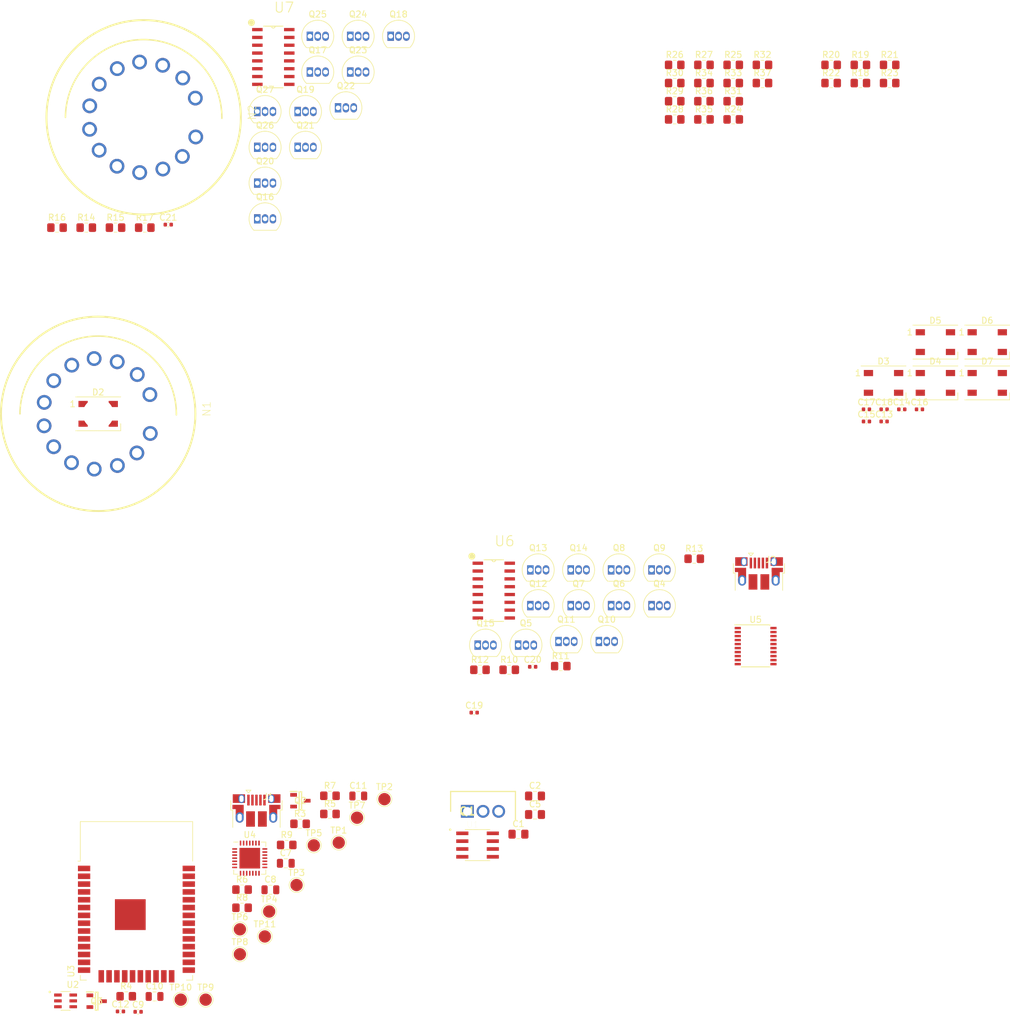
<source format=kicad_pcb>
(kicad_pcb (version 20210606) (generator pcbnew)
  (layers (0 "F.Cu" signal) (31 "B.Cu" signal) (34 "B.Paste" user) (35 "F.Paste" user) (36 "B.SilkS" user "B.Silkscreen") (37 "F.SilkS" user "F.Silkscreen") (38 "B.Mask" user) (39 "F.Mask" user) (44 "Edge.Cuts" user))
  (net 0 "")
  (net 1 "/hv_supply/+12V")
  (net 2 "GND")
  (net 3 "/hv_supply/+180V")
  (net 4 "+3V3")
  (net 5 "+5V")
  (net 6 "/neonbulbs_rgbleds/RGB_DIN")
  (net 7 "Net-(D2-Pad2)")
  (net 8 "Net-(D3-Pad2)")
  (net 9 "Net-(D4-Pad2)")
  (net 10 "Net-(D5-Pad2)")
  (net 11 "Net-(D6-Pad2)")
  (net 13 "VBUS")
  (net 14 "D-")
  (net 15 "D+")
  (net 17 "/in18_nixies/+3V3")
  (net 19 "Net-(N1-Pad0)")
  (net 20 "Net-(N1-Pad1)")
  (net 21 "Net-(N1-Pad2)")
  (net 22 "Net-(N1-Pad3)")
  (net 23 "Net-(N1-Pad4)")
  (net 24 "Net-(N1-Pad5)")
  (net 25 "Net-(N1-Pad6)")
  (net 26 "Net-(N1-Pad7)")
  (net 27 "Net-(N1-Pad8)")
  (net 28 "Net-(N1-Pad9)")
  (net 29 "Net-(N1-PadA)")
  (net 31 "/in18_nixies/Nixie hour, most significant/NIXIE_DIGIT_0")
  (net 32 "/in18_nixies/Nixie hour, most significant/NIXIE_DIGIT_1")
  (net 33 "/in18_nixies/Nixie hour, most significant/NIXIE_DIGIT_2")
  (net 34 "Net-(Q7-Pad2)")
  (net 35 "Net-(Q7-Pad3)")
  (net 36 "/in18_nixies/Nixie hour, most significant/NIXIE_DIGIT_3")
  (net 37 "/in18_nixies/Nixie hour, most significant/NIXIE_DIGIT_4")
  (net 38 "Net-(Q10-Pad2)")
  (net 39 "Net-(Q10-Pad3)")
  (net 40 "/in18_nixies/Nixie hour, most significant/NIXIE_DIGIT_5")
  (net 41 "/in18_nixies/Nixie hour, most significant/NIXIE_DIGIT_6")
  (net 42 "/in18_nixies/Nixie hour, most significant/NIXIE_DIGIT_7")
  (net 43 "/in18_nixies/Nixie hour, most significant/NIXIE_DIGIT_8")
  (net 44 "/in18_nixies/Nixie hour, most significant/NIXIE_DIGIT_9")
  (net 45 "/in18_nixies/Nixie hour, most significant/NIXIE_PWM_IN")
  (net 47 "Net-(N2-Pad0)")
  (net 54 "Net-(N2-Pad1)")
  (net 55 "Net-(N2-Pad2)")
  (net 56 "Net-(N2-Pad3)")
  (net 58 "Net-(N2-Pad4)")
  (net 60 "Net-(N2-Pad5)")
  (net 61 "Net-(N2-Pad6)")
  (net 62 "Net-(N2-Pad7)")
  (net 63 "Net-(N2-Pad8)")
  (net 64 "Net-(Q1-Pad1)")
  (net 65 "Net-(D1-Pad2)")
  (net 66 "Net-(Q1-Pad3)")
  (net 67 "Net-(Q2-Pad1)")
  (net 68 "DTR")
  (net 69 "PROG_EN")
  (net 70 "Net-(Q3-Pad1)")
  (net 71 "RTS")
  (net 72 "ESP_EN")
  (net 73 "Net-(R3-Pad2)")
  (net 74 "TXD")
  (net 75 "ESP_RX")
  (net 76 "RXD")
  (net 77 "ESP_TX")
  (net 78 "CTS")
  (net 79 "Net-(TP5-Pad1)")
  (net 80 "Net-(TP6-Pad1)")
  (net 81 "Net-(TP7-Pad1)")
  (net 82 "Net-(R1-Pad2)")
  (net 83 "/hv_supply/HV_SHDN")
  (net 129 "Net-(N2-Pad9)")
  (net 130 "Net-(N2-PadA)")
  (net 132 "Net-(Q19-Pad2)")
  (net 133 "Net-(Q19-Pad3)")
  (net 134 "Net-(Q22-Pad2)")
  (net 135 "Net-(Q22-Pad3)")
  (net 136 "/in18_nixies/SCL")
  (net 137 "/in18_nixies/A0_H_LS")
  (net 138 "/in18_nixies/A1_H_LS")
  (net 139 "/in18_nixies/A2_H_LS")
  (net 140 "/in18_nixies/A3_H_LS")
  (net 141 "/in18_nixies/Nixie hour, least significant/NIXIE_DIGIT_0")
  (net 142 "/in18_nixies/Nixie hour, least significant/NIXIE_DIGIT_1")
  (net 143 "/in18_nixies/Nixie hour, least significant/NIXIE_DIGIT_2")
  (net 144 "/in18_nixies/Nixie hour, least significant/NIXIE_DIGIT_3")
  (net 145 "/in18_nixies/Nixie hour, least significant/NIXIE_DIGIT_4")
  (net 146 "/in18_nixies/Nixie hour, least significant/NIXIE_DIGIT_5")
  (net 147 "/in18_nixies/Nixie hour, least significant/NIXIE_DIGIT_6")
  (net 148 "/in18_nixies/Nixie hour, least significant/NIXIE_DIGIT_7")
  (net 149 "/in18_nixies/Nixie hour, least significant/NIXIE_DIGIT_8")
  (net 150 "/in18_nixies/Nixie hour, least significant/NIXIE_DIGIT_9")
  (net 151 "Net-(R10-Pad1)")
  (net 152 "Net-(R11-Pad1)")
  (net 153 "Net-(R12-Pad1)")
  (net 154 "Net-(R14-Pad1)")
  (net 155 "Net-(R17-Pad1)")
  (net 156 "Net-(R19-Pad1)")
  (net 157 "Net-(R20-Pad1)")
  (net 158 "Net-(R21-Pad1)")
  (net 159 "Net-(R22-Pad1)")
  (net 160 "Net-(R23-Pad1)")
  (net 161 "Net-(R24-Pad1)")
  (net 162 "Net-(R25-Pad1)")
  (net 163 "Net-(R26-Pad1)")
  (net 164 "/in18_nixies/Nixie hour, least significant/NIXIE_PWM_IN")
  (net 165 "Net-(R28-Pad1)")
  (net 166 "Net-(R31-Pad1)")
  (net 167 "Net-(R33-Pad1)")
  (net 168 "Net-(R34-Pad1)")
  (net 169 "Net-(R35-Pad1)")
  (net 170 "Net-(R36-Pad1)")
  (net 171 "Net-(R37-Pad1)")
  (net 172 "/in18_nixies/Nixie hour, most significant/A3_H_LS")
  (net 173 "/in18_nixies/Nixie hour, most significant/A2_H_LS")
  (net 174 "/in18_nixies/Nixie hour, most significant/A1_H_LS")
  (net 175 "/in18_nixies/Nixie hour, most significant/A0_H_LS")
  (net 176 "/in18_nixies/Nixie hour, least significant/A3_H_LS")
  (net 177 "/in18_nixies/Nixie hour, least significant/A2_H_LS")
  (net 178 "/in18_nixies/Nixie hour, least significant/A1_H_LS")
  (net 179 "/in18_nixies/Nixie hour, least significant/A0_H_LS")
  (footprint "Logic_user:SOIC127P600X175-16N" (layer "F.Cu") (at 424.2368 118.6992)
    (fp_text reference "U6" (at 1.75295 -8.02802) (layer "F.SilkS") (effects (font (size 1.640331 1.640331))))
    (fp_text value "74HC42D,652")
    (pad "1" smd rect locked (at -2.5908 -4.445) (size 1.7018 0.5334) (layers "F.Cu" "F.Paste" "F.Mask") (net 151 "Net-(R10-Pad1)"))
    (pad "2" smd rect locked (at -2.5908 -3.175) (size 1.7018 0.5334) (layers "F.Cu" "F.Paste" "F.Mask") (net 152 "Net-(R11-Pad1)"))
    (pad "3" smd rect locked (at -2.5908 -1.905) (size 1.7018 0.5334) (layers "F.Cu" "F.Paste" "F.Mask") (net 153 "Net-(R12-Pad1)"))
    (pad "4" smd rect locked (at -2.5908 -0.635) (size 1.7018 0.5334) (layers "F.Cu" "F.Paste" "F.Mask") (net 154 "Net-(R14-Pad1)"))
    (pad "5" smd rect locked (at -2.5908 0.635) (size 1.7018 0.5334) (layers "F.Cu" "F.Paste" "F.Mask") (net 155 "Net-(R17-Pad1)"))
    (pad "6" smd rect locked (at -2.5908 1.905) (size 1.7018 0.5334) (layers "F.Cu" "F.Paste" "F.Mask") (net 156 "Net-(R19-Pad1)"))
    (pad "7" smd rect locked (at -2.5908 3.175) (size 1.7018 0.5334) (layers "F.Cu" "F.Paste" "F.Mask") (net 157 "Net-(R20-Pad1)"))
    (pad "8" smd rect locked (at -2.5908 4.445) (size 1.7018 0.5334) (layers "F.Cu" "F.Paste" "F.Mask") (net 2 "GND"))
    (pad "9" smd rect locked (at 2.5908 4.445) (size 1.7018 0.5334) (layers "F.Cu" "F.Paste" "F.Mask") (net 158 "Net-(R21-Pad1)"))
    (pad "10" smd rect locked (at 2.5908 3.175) (size 1.7018 0.5334) (layers "F.Cu" "F.Paste" "F.Mask") (net 159 "Net-(R22-Pad1)"))
    (pad "11" smd rect locked (at 2.5908 1.905) (size 1.7018 0.5334) (layers "F.Cu" "F.Paste" "F.Mask") (net 160 "Net-(R23-Pad1)"))
    (pad "12" smd rect locked (at 2.5908 0.635) (size 1.7018 0.5334) (layers "F.Cu" "F.Paste" "F.Mask") (net 172 "/in18_nixies/Nixie hour, most significant/A3_H_LS"))
    (pad "13" smd rect locked (at 2.5908 -0.635) (size 1.7018 0.5334) (layers "F.Cu" "F.Paste" "F.Mask") (net 173 "/in18_nixies/Nixie hour, most significant/A2_H_LS"))
    (pad "14" smd rect locked (at 2.5908 -1.905) (size 1.7018 0.5334) (layers "F.Cu" "F.Paste" "F.Mask") (net 174 "/in18_nixies/Nixie hour, most significant/A1_H_LS"))
    (pad "15" smd rect locked (at 2.5908 -3.175) (size 1.7018 0.5334) (layers "F.Cu" "F.Paste" "F.Mask") (net 175 "/in18_nixies/Nixie hour, most significant/A0_H_LS"))
    (pad "16" smd rect locked (at 2.5908 -4.445) (size 1.7018 0.5334) (layers "F.Cu" "F.Paste" "F.Mask") (net 17 "/in18_nixies/+3V3"))
  )
  (footprint "Resistor_SMD:R_0805_2012Metric_Pad1.20x1.40mm_HandSolder" (layer "F.Cu") (at 458.3684 42.1966)
    (fp_text reference "R35" (at 0 -1.65) (layer "F.SilkS"))
    (fp_text value "10K")
    (pad "1" smd roundrect locked (at -1 0) (size 1.2 1.4) (layers "F.Cu" "F.Paste" "F.Mask") (roundrect_rratio 0.208333) (net 169 "Net-(R35-Pad1)"))
    (pad "2" smd roundrect locked (at 1 0) (size 1.2 1.4) (layers "F.Cu" "F.Paste" "F.Mask") (roundrect_rratio 0.208333) (net 148 "/in18_nixies/Nixie hour, least significant/NIXIE_DIGIT_7"))
  )
  (footprint "Package_TO_SOT_THT:TO-92_Inline" (layer "F.Cu") (at 400.94202 28.69562)
    (fp_text reference "Q24" (at 1.27 -3.56) (layer "F.SilkS"))
    (fp_text value "MPSA42")
    (pad "1" thru_hole rect locked (at 0 0) (size 1.05 1.5) (drill 0.75) (layers *.Cu *.Mask) (net 2 "GND"))
    (pad "2" thru_hole oval locked (at 1.27 0) (size 1.05 1.5) (drill 0.75) (layers *.Cu *.Mask) (net 147 "/in18_nixies/Nixie hour, least significant/NIXIE_DIGIT_6"))
    (pad "3" thru_hole oval locked (at 2.54 0) (size 1.05 1.5) (drill 0.75) (layers *.Cu *.Mask) (net 61 "Net-(N2-Pad6)"))
  )
  (footprint "Resistor_SMD:R_0805_2012Metric_Pad1.20x1.40mm_HandSolder" (layer "F.Cu") (at 483.7684 33.3466)
    (fp_text reference "R19" (at 0 -1.65) (layer "F.SilkS"))
    (fp_text value "10K")
    (pad "1" smd roundrect locked (at -1 0) (size 1.2 1.4) (layers "F.Cu" "F.Paste" "F.Mask") (roundrect_rratio 0.208333) (net 156 "Net-(R19-Pad1)"))
    (pad "2" smd roundrect locked (at 1 0) (size 1.2 1.4) (layers "F.Cu" "F.Paste" "F.Mask") (roundrect_rratio 0.208333) (net 40 "/in18_nixies/Nixie hour, most significant/NIXIE_DIGIT_5"))
  )
  (footprint "RF_Module:ESP32-WROOM-32" (layer "F.Cu") (at 366.214 172.062)
    (fp_text reference "U3" (at -10.61 8.43 90) (layer "F.SilkS"))
    (fp_text value "ESP32-WROOM-32")
    (pad "1" smd rect (at -8.5 -8.255) (size 2 0.9) (layers "F.Cu" "F.Paste" "F.Mask") (net 2 "GND"))
    (pad "2" smd rect (at -8.5 -6.985) (size 2 0.9) (layers "F.Cu" "F.Paste" "F.Mask") (net 4 "+3V3"))
    (pad "3" smd rect (at -8.5 -5.715) (size 2 0.9) (layers "F.Cu" "F.Paste" "F.Mask") (net 72 "ESP_EN"))
    (pad "4" smd rect (at -8.5 -4.445) (size 2 0.9) (layers "F.Cu" "F.Paste" "F.Mask"))
    (pad "5" smd rect (at -8.5 -3.175) (size 2 0.9) (layers "F.Cu" "F.Paste" "F.Mask"))
    (pad "6" smd rect (at -8.5 -1.905) (size 2 0.9) (layers "F.Cu" "F.Paste" "F.Mask"))
    (pad "7" smd rect (at -8.5 -0.635) (size 2 0.9) (layers "F.Cu" "F.Paste" "F.Mask"))
    (pad "8" smd rect (at -8.5 0.635) (size 2 0.9) (layers "F.Cu" "F.Paste" "F.Mask"))
    (pad "9" smd rect (at -8.5 1.905) (size 2 0.9) (layers "F.Cu" "F.Paste" "F.Mask"))
    (pad "10" smd rect (at -8.5 3.175) (size 2 0.9) (layers "F.Cu" "F.Paste" "F.Mask"))
    (pad "11" smd rect (at -8.5 4.445) (size 2 0.9) (layers "F.Cu" "F.Paste" "F.Mask"))
    (pad "12" smd rect (at -8.5 5.715) (size 2 0.9) (layers "F.Cu" "F.Paste" "F.Mask"))
    (pad "13" smd rect (at -8.5 6.985) (size 2 0.9) (layers "F.Cu" "F.Paste" "F.Mask"))
    (pad "14" smd rect (at -8.5 8.255) (size 2 0.9) (layers "F.Cu" "F.Paste" "F.Mask"))
    (pad "15" smd rect (at -5.715 9.255 90) (size 2 0.9) (layers "F.Cu" "F.Paste" "F.Mask") (net 2 "GND"))
    (pad "16" smd rect (at -4.445 9.255 90) (size 2 0.9) (layers "F.Cu" "F.Paste" "F.Mask"))
    (pad "17" smd rect (at -3.175 9.255 90) (size 2 0.9) (layers "F.Cu" "F.Paste" "F.Mask"))
    (pad "18" smd rect (at -1.905 9.255 90) (size 2 0.9) (layers "F.Cu" "F.Paste" "F.Mask"))
    (pad "19" smd rect (at -0.635 9.255 90) (size 2 0.9) (layers "F.Cu" "F.Paste" "F.Mask"))
    (pad "20" smd rect (at 0.635 9.255 90) (size 2 0.9) (layers "F.Cu" "F.Paste" "F.Mask"))
    (pad "21" smd rect (at 1.905 9.255 90) (size 2 0.9) (layers "F.Cu" "F.Paste" "F.Mask"))
    (pad "22" smd rect (at 3.175 9.255 90) (size 2 0.9) (layers "F.Cu" "F.Paste" "F.Mask"))
    (pad "23" smd rect (at 4.445 9.255 90) (size 2 0.9) (layers "F.Cu" "F.Paste" "F.Mask"))
    (pad "24" smd rect (at 5.715 9.255 90) (size 2 0.9) (layers "F.Cu" "F.Paste" "F.Mask"))
    (pad "25" smd rect (at 8.5 8.255) (size 2 0.9) (layers "F.Cu" "F.Paste" "F.Mask") (net 69 "PROG_EN"))
    (pad "26" smd rect (at 8.5 6.985) (size 2 0.9) (layers "F.Cu" "F.Paste" "F.Mask"))
    (pad "27" smd rect (at 8.5 5.715) (size 2 0.9) (layers "F.Cu" "F.Paste" "F.Mask"))
    (pad "28" smd rect (at 8.5 4.445) (size 2 0.9) (layers "F.Cu" "F.Paste" "F.Mask"))
    (pad "29" smd rect (at 8.5 3.175) (size 2 0.9) (layers "F.Cu" "F.Paste" "F.Mask"))
    (pad "30" smd rect (at 8.5 1.905) (size 2 0.9) (layers "F.Cu" "F.Paste" "F.Mask"))
    (pad "31" smd rect (at 8.5 0.635) (size 2 0.9) (layers "F.Cu" "F.Paste" "F.Mask"))
    (pad "32" smd rect (at 8.5 -0.635) (size 2 0.9) (layers "F.Cu" "F.Paste" "F.Mask"))
    (pad "33" smd rect (at 8.5 -1.905) (size 2 0.9) (layers "F.Cu" "F.Paste" "F.Mask"))
    (pad "34" smd rect (at 8.5 -3.175) (size 2 0.9) (layers "F.Cu" "F.Paste" "F.Mask") (net 75 "ESP_RX"))
    (pad "35" smd rect (at 8.5 -4.445) (size 2 0.9) (layers "F.Cu" "F.Paste" "F.Mask") (net 77 "ESP_TX"))
    (pad "36" smd rect (at 8.5 -5.715) (size 2 0.9) (layers "F.Cu" "F.Paste" "F.Mask"))
    (pad "37" smd rect (at 8.5 -6.985) (size 2 0.9) (layers "F.Cu" "F.Paste" "F.Mask"))
    (pad "38" smd rect (at 8.5 -8.255) (size 2 0.9) (layers "F.Cu" "F.Paste" "F.Mask") (net 2 "GND"))
    (pad "39" smd rect (at -1 -0.755) (size 5 5) (layers "F.Cu" "F.Paste" "F.Mask") (net 2 "GND"))
  )
  (footprint "Package_TO_SOT_THT:TO-92_Inline" (layer "F.Cu") (at 398.95202 40.31562)
    (fp_text reference "Q22" (at 1.27 -3.56) (layer "F.SilkS"))
    (fp_text value "MPSA92")
    (pad "1" thru_hole rect locked (at 0 0) (size 1.05 1.5) (drill 0.75) (layers *.Cu *.Mask) (net 3 "/hv_supply/+180V"))
    (pad "2" thru_hole oval locked (at 1.27 0) (size 1.05 1.5) (drill 0.75) (layers *.Cu *.Mask) (net 134 "Net-(Q22-Pad2)"))
    (pad "3" thru_hole oval locked (at 2.54 0) (size 1.05 1.5) (drill 0.75) (layers *.Cu *.Mask) (net 135 "Net-(Q22-Pad3)"))
  )
  (footprint "Package_TO_SOT_THT:TO-92_Inline" (layer "F.Cu") (at 407.50202 28.69562)
    (fp_text reference "Q18" (at 1.27 -3.56) (layer "F.SilkS"))
    (fp_text value "MPSA42")
    (pad "1" thru_hole rect locked (at 0 0) (size 1.05 1.5) (drill 0.75) (layers *.Cu *.Mask) (net 2 "GND"))
    (pad "2" thru_hole oval locked (at 1.27 0) (size 1.05 1.5) (drill 0.75) (layers *.Cu *.Mask) (net 143 "/in18_nixies/Nixie hour, least significant/NIXIE_DIGIT_2"))
    (pad "3" thru_hole oval locked (at 2.54 0) (size 1.05 1.5) (drill 0.75) (layers *.Cu *.Mask) (net 55 "Net-(N2-Pad2)"))
  )
  (footprint "Package_DFN_QFN:QFN-28-1EP_5x5mm_P0.5mm_EP3.35x3.35mm" (layer "F.Cu") (at 384.614 162.142)
    (fp_text reference "U4" (at 0 -3.8) (layer "F.SilkS"))
    (fp_text value "CP2102N-Axx-xQFN28")
    (pad "1" smd roundrect locked (at -2.45 -1.5) (size 0.8 0.25) (layers "F.Cu" "F.Paste" "F.Mask") (net 80 "Net-(TP6-Pad1)"))
    (pad "2" smd roundrect locked (at -2.45 -1) (size 0.8 0.25) (layers "F.Cu" "F.Paste" "F.Mask") (net 81 "Net-(TP7-Pad1)"))
    (pad "3" smd roundrect locked (at -2.45 -0.5) (size 0.8 0.25) (layers "F.Cu" "F.Paste" "F.Mask") (net 2 "GND"))
    (pad "4" smd roundrect locked (at -2.45 0) (size 0.8 0.25) (layers "F.Cu" "F.Paste" "F.Mask") (net 15 "D+"))
    (pad "5" smd roundrect locked (at -2.45 0.5) (size 0.8 0.25) (layers "F.Cu" "F.Paste" "F.Mask") (net 14 "D-"))
    (pad "6" smd roundrect locked (at -2.45 1) (size 0.8 0.25) (layers "F.Cu" "F.Paste" "F.Mask") (net 4 "+3V3"))
    (pad "7" smd roundrect locked (at -2.45 1.5) (size 0.8 0.25) (layers "F.Cu" "F.Paste" "F.Mask") (net 4 "+3V3"))
    (pad "8" smd roundrect locked (at -1.5 2.45) (size 0.25 0.8) (layers "F.Cu" "F.Paste" "F.Mask") (net 13 "VBUS"))
    (pad "9" smd roundrect locked (at -1 2.45) (size 0.25 0.8) (layers "F.Cu" "F.Paste" "F.Mask") (net 73 "Net-(R3-Pad2)"))
    (pad "10" smd roundrect locked (at -0.5 2.45) (size 0.25 0.8) (layers "F.Cu" "F.Paste" "F.Mask"))
    (pad "11" smd roundrect locked (at 0 2.45) (size 0.25 0.8) (layers "F.Cu" "F.Paste" "F.Mask"))
    (pad "12" smd roundrect locked (at 0.5 2.45) (size 0.25 0.8) (layers "F.Cu" "F.Paste" "F.Mask"))
    (pad "13" smd roundrect locked (at 1 2.45) (size 0.25 0.8) (layers "F.Cu" "F.Paste" "F.Mask"))
    (pad "14" smd roundrect locked (at 1.5 2.45) (size 0.25 0.8) (layers "F.Cu" "F.Paste" "F.Mask"))
    (pad "15" smd roundrect locked (at 2.45 1.5) (size 0.8 0.25) (layers "F.Cu" "F.Paste" "F.Mask"))
    (pad "16" smd roundrect locked (at 2.45 1) (size 0.8 0.25) (layers "F.Cu" "F.Paste" "F.Mask"))
    (pad "17" smd roundrect locked (at 2.45 0.5) (size 0.8 0.25) (layers "F.Cu" "F.Paste" "F.Mask"))
    (pad "18" smd roundrect locked (at 2.45 0) (size 0.8 0.25) (layers "F.Cu" "F.Paste" "F.Mask"))
    (pad "19" smd roundrect locked (at 2.45 -0.5) (size 0.8 0.25) (layers "F.Cu" "F.Paste" "F.Mask"))
    (pad "20" smd roundrect locked (at 2.45 -1) (size 0.8 0.25) (layers "F.Cu" "F.Paste" "F.Mask"))
    (pad "21" smd roundrect locked (at 2.45 -1.5) (size 0.8 0.25) (layers "F.Cu" "F.Paste" "F.Mask"))
    (pad "22" smd roundrect locked (at 1.5 -2.45) (size 0.25 0.8) (layers "F.Cu" "F.Paste" "F.Mask"))
    (pad "23" smd roundrect locked (at 1 -2.45) (size 0.25 0.8) (layers "F.Cu" "F.Paste" "F.Mask") (net 78 "CTS"))
    (pad "24" smd roundrect locked (at 0.5 -2.45) (size 0.25 0.8) (layers "F.Cu" "F.Paste" "F.Mask") (net 71 "RTS"))
    (pad "25" smd roundrect locked (at 0 -2.45) (size 0.25 0.8) (layers "F.Cu" "F.Paste" "F.Mask") (net 76 "RXD"))
    (pad "26" smd roundrect locked (at -0.5 -2.45) (size 0.25 0.8) (layers "F.Cu" "F.Paste" "F.Mask") (net 74 "TXD"))
    (pad "27" smd roundrect locked (at -1 -2.45) (size 0.25 0.8) (layers "F.Cu" "F.Paste" "F.Mask") (net 79 "Net-(TP5-Pad1)"))
    (pad "28" smd roundrect locked (at -1.5 -2.45) (size 0.25 0.8) (layers "F.Cu" "F.Paste" "F.Mask") (net 68 "DTR"))
    (pad "29" smd rect locked (at 0 0) (size 3.35 3.35) (layers "F.Cu" "F.Mask") (net 2 "GND"))
  )
  (footprint "Package_TO_SOT_THT:TO-92_Inline" (layer "F.Cu") (at 443.3008 115.3312)
    (fp_text reference "Q8" (at 1.27 -3.56) (layer "F.SilkS"))
    (fp_text value "MPSA42")
    (pad "1" thru_hole rect locked (at 0 0) (size 1.05 1.5) (drill 0.75) (layers *.Cu *.Mask) (net 2 "GND"))
    (pad "2" thru_hole oval locked (at 1.27 0) (size 1.05 1.5) (drill 0.75) (layers *.Cu *.Mask) (net 36 "/in18_nixies/Nixie hour, most significant/NIXIE_DIGIT_3"))
    (pad "3" thru_hole oval locked (at 2.54 0) (size 1.05 1.5) (drill 0.75) (layers *.Cu *.Mask) (net 22 "Net-(N1-Pad3)"))
  )
  (footprint "Capacitor_SMD:C_0805_2012Metric_Pad1.18x1.45mm_HandSolder" (layer "F.Cu") (at 430.934 152.042)
    (fp_text reference "C2" (at 0 -1.68) (layer "F.SilkS"))
    (fp_text value "100nF")
    (pad "1" smd roundrect locked (at -1.0375 0) (size 1.175 1.45) (layers "F.Cu" "F.Paste" "F.Mask") (roundrect_rratio 0.212766) (net 1 "/hv_supply/+12V"))
    (pad "2" smd roundrect locked (at 1.0375 0) (size 1.175 1.45) (layers "F.Cu" "F.Paste" "F.Mask") (roundrect_rratio 0.212766) (net 2 "GND"))
  )
  (footprint "Resistor_SMD:R_0805_2012Metric_Pad1.20x1.40mm_HandSolder" (layer "F.Cu") (at 392.784 156.562)
    (fp_text reference "R3" (at 0 -1.65) (layer "F.SilkS"))
    (fp_text value "2K")
    (pad "1" smd roundrect locked (at -1 0) (size 1.2 1.4) (layers "F.Cu" "F.Paste" "F.Mask") (roundrect_rratio 0.208333) (net 4 "+3V3"))
    (pad "2" smd roundrect locked (at 1 0) (size 1.2 1.4) (layers "F.Cu" "F.Paste" "F.Mask") (roundrect_rratio 0.208333) (net 73 "Net-(R3-Pad2)"))
  )
  (footprint "Package_TO_SOT_THT:TO-92_Inline" (layer "F.Cu") (at 443.3008 121.1412)
    (fp_text reference "Q6" (at 1.27 -3.56) (layer "F.SilkS"))
    (fp_text value "MPSA42")
    (pad "1" thru_hole rect locked (at 0 0) (size 1.05 1.5) (drill 0.75) (layers *.Cu *.Mask) (net 2 "GND"))
    (pad "2" thru_hole oval locked (at 1.27 0) (size 1.05 1.5) (drill 0.75) (layers *.Cu *.Mask) (net 33 "/in18_nixies/Nixie hour, most significant/NIXIE_DIGIT_2"))
    (pad "3" thru_hole oval locked (at 2.54 0) (size 1.05 1.5) (drill 0.75) (layers *.Cu *.Mask) (net 21 "Net-(N1-Pad2)"))
  )
  (footprint "Package_TO_SOT_THT:TO-92_Inline" (layer "F.Cu") (at 400.94202 34.50562)
    (fp_text reference "Q23" (at 1.27 -3.56) (layer "F.SilkS"))
    (fp_text value "MPSA42")
    (pad "1" thru_hole rect locked (at 0 0) (size 1.05 1.5) (drill 0.75) (layers *.Cu *.Mask) (net 2 "GND"))
    (pad "2" thru_hole oval locked (at 1.27 0) (size 1.05 1.5) (drill 0.75) (layers *.Cu *.Mask) (net 146 "/in18_nixies/Nixie hour, least significant/NIXIE_DIGIT_5"))
    (pad "3" thru_hole oval locked (at 2.54 0) (size 1.05 1.5) (drill 0.75) (layers *.Cu *.Mask) (net 60 "Net-(N2-Pad5)"))
  )
  (footprint "LED_SMD:LED_WS2812B_PLCC4_5.0x5.0mm_P3.2mm" (layer "F.Cu") (at 504.369 84.977)
    (fp_text reference "D7" (at 0 -3.5) (layer "F.SilkS"))
    (fp_text value "WS2812B")
    (fp_text user "1" (at -4.15 -1.6) (layer "F.SilkS"))
    (pad "1" smd rect (at -2.45 -1.6) (size 1.5 1) (layers "F.Cu" "F.Paste" "F.Mask") (net 5 "+5V"))
    (pad "2" smd rect (at -2.45 1.6) (size 1.5 1) (layers "F.Cu" "F.Paste" "F.Mask"))
    (pad "3" smd rect (at 2.45 1.6) (size 1.5 1) (layers "F.Cu" "F.Paste" "F.Mask") (net 2 "GND"))
    (pad "4" smd rect (at 2.45 -1.6) (size 1.5 1) (layers "F.Cu" "F.Paste" "F.Mask") (net 11 "Net-(D6-Pad2)"))
  )
  (footprint "BJT_user:SOT95P240X115-3N" (layer "F.Cu") (at 392.834 152.812)
    (fp_text reference "Q2" (at 0 0) (layer "F.SilkS"))
    (fp_text value "SS8050-G")
    (pad "1" smd rect locked (at -1.1 -0.95) (size 1.1 0.6) (layers "F.Cu" "F.Paste" "F.Mask") (net 67 "Net-(Q2-Pad1)"))
    (pad "2" smd rect locked (at -1.1 0.95) (size 1.1 0.6) (layers "F.Cu" "F.Paste" "F.Mask") (net 68 "DTR"))
    (pad "3" smd rect locked (at 1.1 0) (size 1.1 0.6) (layers "F.Cu" "F.Paste" "F.Mask") (net 69 "PROG_EN"))
  )
  (footprint "Package_TO_SOT_THT:TO-92_Inline" (layer "F.Cu") (at 394.38202 28.69562)
    (fp_text reference "Q25" (at 1.27 -3.56) (layer "F.SilkS"))
    (fp_text value "MPSA42")
    (pad "1" thru_hole rect locked (at 0 0) (size 1.05 1.5) (drill 0.75) (layers *.Cu *.Mask) (net 2 "GND"))
    (pad "2" thru_hole oval locked (at 1.27 0) (size 1.05 1.5) (drill 0.75) (layers *.Cu *.Mask) (net 148 "/in18_nixies/Nixie hour, least significant/NIXIE_DIGIT_7"))
    (pad "3" thru_hole oval locked (at 2.54 0) (size 1.05 1.5) (drill 0.75) (layers *.Cu *.Mask) (net 62 "Net-(N2-Pad7)"))
  )
  (footprint "Resistor_SMD:R_0805_2012Metric_Pad1.20x1.40mm_HandSolder" (layer "F.Cu") (at 463.1184 36.2966)
    (fp_text reference "R33" (at 0 -1.65) (layer "F.SilkS"))
    (fp_text value "10K")
    (pad "1" smd roundrect locked (at -1 0) (size 1.2 1.4) (layers "F.Cu" "F.Paste" "F.Mask") (roundrect_rratio 0.208333) (net 167 "Net-(R33-Pad1)"))
    (pad "2" smd roundrect locked (at 1 0) (size 1.2 1.4) (layers "F.Cu" "F.Paste" "F.Mask") (roundrect_rratio 0.208333) (net 146 "/in18_nixies/Nixie hour, least significant/NIXIE_DIGIT_5"))
  )
  (footprint "Package_TO_SOT_THT:TO-92_Inline" (layer "F.Cu") (at 434.7508 126.9512)
    (fp_text reference "Q11" (at 1.27 -3.56) (layer "F.SilkS"))
    (fp_text value "MPSA42")
    (pad "1" thru_hole rect locked (at 0 0) (size 1.05 1.5) (drill 0.75) (layers *.Cu *.Mask) (net 2 "GND"))
    (pad "2" thru_hole oval locked (at 1.27 0) (size 1.05 1.5) (drill 0.75) (layers *.Cu *.Mask) (net 40 "/in18_nixies/Nixie hour, most significant/NIXIE_DIGIT_5"))
    (pad "3" thru_hole oval locked (at 2.54 0) (size 1.05 1.5) (drill 0.75) (layers *.Cu *.Mask) (net 24 "Net-(N1-Pad5)"))
  )
  (footprint "TestPoint:TestPoint_Pad_D2.0mm" (layer "F.Cu") (at 383.014 177.742)
    (fp_text reference "TP8" (at 0 -1.998) (layer "F.SilkS"))
    (fp_text value "PROG_EN")
    (pad "1" smd circle locked (at 0 0) (size 2 2) (layers "F.Cu" "F.Mask") (net 69 "PROG_EN"))
  )
  (footprint "Logic_user:SOIC127P600X175-16N" (layer "F.Cu") (at 388.43802 32.06362)
    (fp_text reference "U7" (at 1.75295 -8.02802) (layer "F.SilkS") (effects (font (size 1.640331 1.640331))))
    (fp_text value "74HC42D,652")
    (pad "1" smd rect locked (at -2.5908 -4.445) (size 1.7018 0.5334) (layers "F.Cu" "F.Paste" "F.Mask") (net 161 "Net-(R24-Pad1)"))
    (pad "2" smd rect locked (at -2.5908 -3.175) (size 1.7018 0.5334) (layers "F.Cu" "F.Paste" "F.Mask") (net 162 "Net-(R25-Pad1)"))
    (pad "3" smd rect locked (at -2.5908 -1.905) (size 1.7018 0.5334) (layers "F.Cu" "F.Paste" "F.Mask") (net 163 "Net-(R26-Pad1)"))
    (pad "4" smd rect locked (at -2.5908 -0.635) (size 1.7018 0.5334) (layers "F.Cu" "F.Paste" "F.Mask") (net 165 "Net-(R28-Pad1)"))
    (pad "5" smd rect locked (at -2.5908 0.635) (size 1.7018 0.5334) (layers "F.Cu" "F.Paste" "F.Mask") (net 166 "Net-(R31-Pad1)"))
    (pad "6" smd rect locked (at -2.5908 1.905) (size 1.7018 0.5334) (layers "F.Cu" "F.Paste" "F.Mask") (net 167 "Net-(R33-Pad1)"))
    (pad "7" smd rect locked (at -2.5908 3.175) (size 1.7018 0.5334) (layers "F.Cu" "F.Paste" "F.Mask") (net 168 "Net-(R34-Pad1)"))
    (pad "8" smd rect locked (at -2.5908 4.445) (size 1.7018 0.5334) (layers "F.Cu" "F.Paste" "F.Mask") (net 2 "GND"))
    (pad "9" smd rect locked (at 2.5908 4.445) (size 1.7018 0.5334) (layers "F.Cu" "F.Paste" "F.Mask") (net 169 "Net-(R35-Pad1)"))
    (pad "10" smd rect locked (at 2.5908 3.175) (size 1.7018 0.5334) (layers "F.Cu" "F.Paste" "F.Mask") (net 170 "Net-(R36-Pad1)"))
    (pad "11" smd rect locked (at 2.5908 1.905) (size 1.7018 0.5334) (layers "F.Cu" "F.Paste" "F.Mask") (net 171 "Net-(R37-Pad1)"))
    (pad "12" smd rect locked (at 2.5908 0.635) (size 1.7018 0.5334) (layers "F.Cu" "F.Paste" "F.Mask") (net 176 "/in18_nixies/Nixie hour, least significant/A3_H_LS"))
    (pad "13" smd rect locked (at 2.5908 -0.635) (size 1.7018 0.5334) (layers "F.Cu" "F.Paste" "F.Mask") (net 177 "/in18_nixies/Nixie hour, least significant/A2_H_LS"))
    (pad "14" smd rect locked (at 2.5908 -1.905) (size 1.7018 0.5334) (layers "F.Cu" "F.Paste" "F.Mask") (net 178 "/in18_nixies/Nixie hour, least significant/A1_H_LS"))
    (pad "15" smd rect locked (at 2.5908 -3.175) (size 1.7018 0.5334) (layers "F.Cu" "F.Paste" "F.Mask") (net 179 "/in18_nixies/Nixie hour, least significant/A0_H_LS"))
    (pad "16" smd rect locked (at 2.5908 -4.445) (size 1.7018 0.5334) (layers "F.Cu" "F.Paste" "F.Mask") (net 17 "/in18_nixies/+3V3"))
  )
  (footprint "Capacitor_SMD:C_0402_1005Metric" (layer "F.Cu") (at 484.754 91.242)
    (fp_text reference "C15" (at 0 -1.16) (layer "F.SilkS"))
    (fp_text value "100n")
    (pad "1" smd roundrect locked (at -0.48 0) (size 0.56 0.62) (layers "F.Cu" "F.Paste" "F.Mask") (net 5 "+5V"))
    (pad "2" smd roundrect locked (at 0.48 0) (size 0.56 0.62) (layers "F.Cu" "F.Paste" "F.Mask") (net 2 "GND"))
  )
  (footprint "Resistor_SMD:R_0805_2012Metric_Pad1.20x1.40mm_HandSolder" (layer "F.Cu") (at 453.6184 42.1966)
    (fp_text reference "R28" (at 0 -1.65) (layer "F.SilkS"))
    (fp_text value "10K")
    (pad "1" smd roundrect locked (at -1 0) (size 1.2 1.4) (layers "F.Cu" "F.Paste" "F.Mask") (roundrect_rratio 0.208333) (net 165 "Net-(R28-Pad1)"))
    (pad "2" smd roundrect locked (at 1 0) (size 1.2 1.4) (layers "F.Cu" "F.Paste" "F.Mask") (roundrect_rratio 0.208333) (net 144 "/in18_nixies/Nixie hour, least significant/NIXIE_DIGIT_3"))
  )
  (footprint "Package_TO_SOT_THT:TO-92_Inline" (layer "F.Cu") (at 436.7408 121.1412)
    (fp_text reference "Q7" (at 1.27 -3.56) (layer "F.SilkS"))
    (fp_text value "MPSA42")
    (pad "1" thru_hole rect locked (at 0 0) (size 1.05 1.5) (drill 0.75) (layers *.Cu *.Mask) (net 2 "GND"))
    (pad "2" thru_hole oval locked (at 1.27 0) (size 1.05 1.5) (drill 0.75) (layers *.Cu *.Mask) (net 34 "Net-(Q7-Pad2)"))
    (pad "3" thru_hole oval locked (at 2.54 0) (size 1.05 1.5) (drill 0.75) (layers *.Cu *.Mask) (net 35 "Net-(Q7-Pad3)"))
  )
  (footprint "Capacitor_SMD:C_0402_1005Metric" (layer "F.Cu") (at 421.0558 138.5062)
    (fp_text reference "C19" (at 0 -1.16) (layer "F.SilkS"))
    (fp_text value "100n")
    (pad "1" smd roundrect locked (at -0.48 0) (size 0.56 0.62) (layers "F.Cu" "F.Paste" "F.Mask") (net 5 "+5V"))
    (pad "2" smd roundrect locked (at 0.48 0) (size 0.56 0.62) (layers "F.Cu" "F.Paste" "F.Mask") (net 2 "GND"))
  )
  (footprint "Resistor_SMD:R_0805_2012Metric_Pad1.20x1.40mm_HandSolder" (layer "F.Cu") (at 463.1184 39.2466)
    (fp_text reference "R31" (at 0 -1.65) (layer "F.SilkS"))
    (fp_text value "10K")
    (pad "1" smd roundrect locked (at -1 0) (size 1.2 1.4) (layers "F.Cu" "F.Paste" "F.Mask") (roundrect_rratio 0.208333) (net 166 "Net-(R31-Pad1)"))
    (pad "2" smd roundrect locked (at 1 0) (size 1.2 1.4) (layers "F.Cu" "F.Paste" "F.Mask") (roundrect_rratio 0.208333) (net 145 "/in18_nixies/Nixie hour, least significant/NIXIE_DIGIT_4"))
  )
  (footprint "LED_SMD:LED_WS2812B_PLCC4_5.0x5.0mm_P3.2mm" (layer "F.Cu") (at 495.949 78.357)
    (fp_text reference "D5" (at 0 -3.5) (layer "F.SilkS"))
    (fp_text value "WS2812B")
    (fp_text user "1" (at -4.15 -1.6) (layer "F.SilkS"))
    (pad "1" smd rect (at -2.45 -1.6) (size 1.5 1) (layers "F.Cu" "F.Paste" "F.Mask") (net 5 "+5V"))
    (pad "2" smd rect (at -2.45 1.6) (size 1.5 1) (layers "F.Cu" "F.Paste" "F.Mask") (net 10 "Net-(D5-Pad2)"))
    (pad "3" smd rect (at 2.45 1.6) (size 1.5 1) (layers "F.Cu" "F.Paste" "F.Mask") (net 2 "GND"))
    (pad "4" smd rect (at 2.45 -1.6) (size 1.5 1) (layers "F.Cu" "F.Paste" "F.Mask") (net 9 "Net-(D4-Pad2)"))
  )
  (footprint "TestPoint:TestPoint_Pad_D2.0mm" (layer "F.Cu") (at 392.214 166.502)
    (fp_text reference "TP3" (at 0 -1.998) (layer "F.SilkS"))
    (fp_text value "RX")
    (pad "1" smd circle locked (at 0 0) (size 2 2) (layers "F.Cu" "F.Mask") (net 76 "RXD"))
  )
  (footprint "Capacitor_SMD:C_0402_1005Metric" (layer "F.Cu") (at 430.5558 131.0662)
    (fp_text reference "C20" (at 0 -1.16) (layer "F.SilkS"))
    (fp_text value "100n")
    (pad "1" smd roundrect locked (at -0.48 0) (size 0.56 0.62) (layers "F.Cu" "F.Paste" "F.Mask") (net 17 "/in18_nixies/+3V3"))
    (pad "2" smd roundrect locked (at 0.48 0) (size 0.56 0.62) (layers "F.Cu" "F.Paste" "F.Mask") (net 2 "GND"))
  )
  (footprint "USB_conn_user:USB_Micro-B_EDAC_UCON00686" (layer "F.Cu") (at 385.699 155.527)
    (fp_text reference "J1" (at 1.925 -3.365) (layer "F.SilkS"))
    (fp_text value "USB_B_Micro")
    (pad "1" smd rect locked (at -1.3 -2.82 90) (size 1.75 0.4) (layers "F.Cu" "F.Paste" "F.Mask") (net 13 "VBUS"))
    (pad "2" smd rect locked (at -0.65 -2.82 90) (size 1.75 0.4) (layers "F.Cu" "F.Paste" "F.Mask") (net 14 "D-"))
    (pad "3" smd rect locked (at 0 -2.82 90) (size 1.75 0.4) (layers "F.Cu" "F.Paste" "F.Mask") (net 15 "D+"))
    (pad "4" smd rect locked (at 0.65 -2.82 90) (size 1.75 0.4) (layers "F.Cu" "F.Paste" "F.Mask"))
    (pad "5" smd rect locked (at 1.3 -2.82 90) (size 1.75 0.4) (layers "F.Cu" "F.Paste" "F.Mask") (net 2 "GND"))
    (pad "6" thru_hole oval locked (at -2.425 -3.03 90) (size 1.4 1) (drill oval 1.05 0.65) (layers *.Cu *.Mask) (net 2 "GND"))
    (pad "6" thru_hole oval locked (at 2.725 0 90) (size 1.7 1.3) (drill oval 1.2 0.7) (layers *.Cu *.Mask) (net 2 "GND"))
    (pad "6" smd rect locked (at 2.9875 -1.7) (size 1.825 0.7) (layers "F.Cu" "F.Paste" "F.Mask") (net 2 "GND"))
    (pad "6" smd rect locked (at 2.9 -3.06) (size 2 1.4) (layers "F.Cu" "F.Paste" "F.Mask") (net 2 "GND"))
    (pad "6" smd rect locked (at -2.85 -3.06) (size 2 1.4) (layers "F.Cu" "F.Paste" "F.Mask") (net 2 "GND"))
    (pad "6" smd rect locked (at 0.9625 0.25 90) (size 2.5 1.425) (layers "F.Cu" "F.Paste" "F.Mask") (net 2 "GND"))
    (pad "6" smd rect locked (at -2.9875 -1.7) (size 1.825 0.7) (layers "F.Cu" "F.Paste" "F.Mask") (net 2 "GND"))
    (pad "6" smd rect locked (at 2.725 -0.93) (size 1.3 2) (layers "F.Cu" "F.Paste" "F.Mask") (net 2 "GND"))
    (pad "6" smd rect locked (at -0.9625 0.25 90) (size 2.5 1.425) (layers "F.Cu" "F.Paste" "F.Mask") (net 2 "GND"))
    (pad "6" thru_hole oval locked (at 2.425 -3.03 90) (size 1.4 1) (drill oval 1.05 0.65) (layers *.Cu *.Mask) (net 2 "GND"))
    (pad "6" thru_hole oval locked (at -2.725 0 90) (size 1.7 1.3) (drill oval 1.2 0.7) (layers *.Cu *.Mask) (net 2 "GND"))
    (pad "6" smd rect locked (at -2.725 -0.93) (size 1.3 2) (layers "F.Cu" "F.Paste" "F.Mask") (net 2 "GND"))
  )
  (footprint "Package_TO_SOT_THT:TO-92_Inline" (layer "F.Cu") (at 392.39202 46.72562)
    (fp_text reference "Q21" (at 1.27 -3.56) (layer "F.SilkS"))
    (fp_text value "MPSA42")
    (pad "1" thru_hole rect locked (at 0 0) (size 1.05 1.5) (drill 0.75) (layers *.Cu *.Mask) (net 2 "GND"))
    (pad "2" thru_hole oval locked (at 1.27 0) (size 1.05 1.5) (drill 0.75) (layers *.Cu *.Mask) (net 145 "/in18_nixies/Nixie hour, least significant/NIXIE_DIGIT_4"))
    (pad "3" thru_hole oval locked (at 2.54 0) (size 1.05 1.5) (drill 0.75) (layers *.Cu *.Mask) (net 58 "Net-(N2-Pad4)"))
  )
  (footprint "Resistor_SMD:R_0805_2012Metric_Pad1.20x1.40mm_HandSolder" (layer "F.Cu") (at 488.5184 33.3466)
    (fp_text reference "R21" (at 0 -1.65) (layer "F.SilkS"))
    (fp_text value "10K")
    (pad "1" smd roundrect locked (at -1 0) (size 1.2 1.4) (layers "F.Cu" "F.Paste" "F.Mask") (roundrect_rratio 0.208333) (net 158 "Net-(R21-Pad1)"))
    (pad "2" smd roundrect locked (at 1 0) (size 1.2 1.4) (layers "F.Cu" "F.Paste" "F.Mask") (roundrect_rratio 0.208333) (net 42 "/in18_nixies/Nixie hour, most significant/NIXIE_DIGIT_7"))
  )
  (footprint "Resistor_SMD:R_0805_2012Metric_Pad1.20x1.40mm_HandSolder" (layer "F.Cu") (at 456.7858 113.5262)
    (fp_text reference "R13" (at 0 -1.65) (layer "F.SilkS"))
    (fp_text value "33k")
    (pad "1" smd roundrect locked (at -1 0) (size 1.2 1.4) (layers "F.Cu" "F.Paste" "F.Mask") (roundrect_rratio 0.208333) (net 34 "Net-(Q7-Pad2)"))
    (pad "2" smd roundrect locked (at 1 0) (size 1.2 1.4) (layers "F.Cu" "F.Paste" "F.Mask") (roundrect_rratio 0.208333) (net 45 "/in18_nixies/Nixie hour, most significant/NIXIE_PWM_IN"))
  )
  (footprint "Package_TO_SOT_THT:TO-92_Inline" (layer "F.Cu") (at 449.8608 121.1412)
    (fp_text reference "Q4" (at 1.27 -3.56) (layer "F.SilkS"))
    (fp_text value "MPSA42")
    (pad "1" thru_hole rect locked (at 0 0) (size 1.05 1.5) (drill 0.75) (layers *.Cu *.Mask) (net 2 "GND"))
    (pad "2" thru_hole oval locked (at 1.27 0) (size 1.05 1.5) (drill 0.75) (layers *.Cu *.Mask) (net 31 "/in18_nixies/Nixie hour, most significant/NIXIE_DIGIT_0"))
    (pad "3" thru_hole oval locked (at 2.54 0) (size 1.05 1.5) (drill 0.75) (layers *.Cu *.Mask) (net 19 "Net-(N1-Pad0)"))
  )
  (footprint "Package_TO_SOT_THT:TO-92_Inline" (layer "F.Cu") (at 430.1808 115.3312)
    (fp_text reference "Q13" (at 1.27 -3.56) (layer "F.SilkS"))
    (fp_text value "MPSA42")
    (pad "1" thru_hole rect locked (at 0 0) (size 1.05 1.5) (drill 0.75) (layers *.Cu *.Mask) (net 2 "GND"))
    (pad "2" thru_hole oval locked (at 1.27 0) (size 1.05 1.5) (drill 0.75) (layers *.Cu *.Mask) (net 42 "/in18_nixies/Nixie hour, most significant/NIXIE_DIGIT_7"))
    (pad "3" thru_hole oval locked (at 2.54 0) (size 1.05 1.5) (drill 0.75) (layers *.Cu *.Mask) (net 26 "Net-(N1-Pad7)"))
  )
  (footprint "Resistor_SMD:R_0805_2012Metric_Pad1.20x1.40mm_HandSolder" (layer "F.Cu") (at 463.1184 33.3466)
    (fp_text reference "R25" (at 0 -1.65) (layer "F.SilkS"))
    (fp_text value "10K")
    (pad "1" smd roundrect locked (at -1 0) (size 1.2 1.4) (layers "F.Cu" "F.Paste" "F.Mask") (roundrect_rratio 0.208333) (net 162 "Net-(R25-Pad1)"))
    (pad "2" smd roundrect locked (at 1 0) (size 1.2 1.4) (layers "F.Cu" "F.Paste" "F.Mask") (roundrect_rratio 0.208333) (net 142 "/in18_nixies/Nixie hour, least significant/NIXIE_DIGIT_1"))
  )
  (footprint "Capacitor_SMD:C_0402_1005Metric" (layer "F.Cu") (at 487.624 91.242)
    (fp_text reference "C13" (at 0 -1.16) (layer "F.SilkS"))
    (fp_text value "100n")
    (pad "1" smd roundrect locked (at -0.48 0) (size 0.56 0.62) (layers "F.Cu" "F.Paste" "F.Mask") (net 17 "/in18_nixies/+3V3"))
    (pad "2" smd roundrect locked (at 0.48 0) (size 0.56 0.62) (layers "F.Cu" "F.Paste" "F.Mask") (net 2 "GND"))
  )
  (footprint "Package_TO_SOT_THT:TO-92_Inline" (layer "F.Cu") (at 385.83202 52.53562)
    (fp_text reference "Q20" (at 1.27 -3.56) (layer "F.SilkS"))
    (fp_text value "MPSA42")
    (pad "1" thru_hole rect locked (at 0 0) (size 1.05 1.5) (drill 0.75) (layers *.Cu *.Mask) (net 2 "GND"))
    (pad "2" thru_hole oval locked (at 1.27 0) (size 1.05 1.5) (drill 0.75) (layers *.Cu *.Mask) (net 144 "/in18_nixies/Nixie hour, least significant/NIXIE_DIGIT_3"))
    (pad "3" thru_hole oval locked (at 2.54 0) (size 1.05 1.5) (drill 0.75) (layers *.Cu *.Mask) (net 56 "Net-(N2-Pad3)"))
  )
  (footprint "LED_SMD:LED_WS2812B_PLCC4_5.0x5.0mm_P3.2mm" (layer "F.Cu") (at 360 90)
    (fp_text reference "D2" (at 0 -3.5) (layer "F.SilkS"))
    (fp_text value "WS2812B")
    (fp_text user "1" (at -4.15 -1.6) (layer "F.SilkS"))
    (pad "1" smd rect (at -2.45 -1.6) (size 1.5 1) (layers "F.Cu" "F.Paste" "F.Mask") (net 5 "+5V"))
    (pad "2" smd rect (at -2.45 1.6) (size 1.5 1) (layers "F.Cu" "F.Paste" "F.Mask") (net 7 "Net-(D2-Pad2)"))
    (pad "3" smd rect (at 2.45 1.6) (size 1.5 1) (layers "F.Cu" "F.Paste" "F.Mask") (net 2 "GND"))
    (pad "4" smd rect (at 2.45 -1.6) (size 1.5 1) (layers "F.Cu" "F.Paste" "F.Mask") (net 6 "/neonbulbs_rgbleds/RGB_DIN"))
  )
  (footprint "Package_TO_SOT_THT:TO-92_Inline" (layer "F.Cu") (at 428.1908 127.5512)
    (fp_text reference "Q5" (at 1.27 -3.56) (layer "F.SilkS"))
    (fp_text value "MPSA42")
    (pad "1" thru_hole rect locked (at 0 0) (size 1.05 1.5) (drill 0.75) (layers *.Cu *.Mask) (net 2 "GND"))
    (pad "2" thru_hole oval locked (at 1.27 0) (size 1.05 1.5) (drill 0.75) (layers *.Cu *.Mask) (net 32 "/in18_nixies/Nixie hour, most significant/NIXIE_DIGIT_1"))
    (pad "3" thru_hole oval locked (at 2.54 0) (size 1.05 1.5) (drill 0.75) (layers *.Cu *.Mask) (net 20 "Net-(N1-Pad1)"))
  )
  (footprint "Package_TO_SOT_THT:TO-92_Inline" (layer "F.Cu") (at 430.1808 121.1412)
    (fp_text reference "Q12" (at 1.27 -3.56) (layer "F.SilkS"))
    (fp_text value "MPSA42")
    (pad "1" thru_hole rect locked (at 0 0) (size 1.05 1.5) (drill 0.75) (layers *.Cu *.Mask) (net 2 "GND"))
    (pad "2" thru_hole oval locked (at 1.27 0) (size 1.05 1.5) (drill 0.75) (layers *.Cu *.Mask) (net 41 "/in18_nixies/Nixie hour, most significant/NIXIE_DIGIT_6"))
    (pad "3" thru_hole oval locked (at 2.54 0) (size 1.05 1.5) (drill 0.75) (layers *.Cu *.Mask) (net 25 "Net-(N1-Pad6)"))
  )
  (footprint "BJT_user:SOT95P240X115-3N" (layer "F.Cu") (at 359.754 185.362)
    (fp_text reference "Q3" (at 0 0) (layer "F.SilkS"))
    (fp_text value "SS8050-G")
    (pad "1" smd rect locked (at -1.1 -0.95) (size 1.1 0.6) (layers "F.Cu" "F.Paste" "F.Mask") (net 70 "Net-(Q3-Pad1)"))
    (pad "2" smd rect locked (at -1.1 0.95) (size 1.1 0.6) (layers "F.Cu" "F.Paste" "F.Mask") (net 71 "RTS"))
    (pad "3" smd rect locked (at 1.1 0) (size 1.1 0.6) (layers "F.Cu" "F.Paste" "F.Mask") (net 72 "ESP_EN"))
  )
  (footprint "Package_TO_SOT_THT:TO-92_Inline" (layer "F.Cu") (at 394.38202 34.50562)
    (fp_text reference "Q17" (at 1.27 -3.56) (layer "F.SilkS"))
    (fp_text value "MPSA42")
    (pad "1" thru_hole rect locked (at 0 0) (size 1.05 1.5) (drill 0.75) (layers *.Cu *.Mask) (net 2 "GND"))
    (pad "2" thru_hole oval locked (at 1.27 0) (size 1.05 1.5) (drill 0.75) (layers *.Cu *.Mask) (net 142 "/in18_nixies/Nixie hour, least significant/NIXIE_DIGIT_1"))
    (pad "3" thru_hole oval locked (at 2.54 0) (size 1.05 1.5) (drill 0.75) (layers *.Cu *.Mask) (net 54 "Net-(N2-Pad1)"))
  )
  (footprint "TestPoint:TestPoint_Pad_D2.0mm" (layer "F.Cu") (at 406.484 152.562)
    (fp_text reference "TP2" (at 0 -1.998) (layer "F.SilkS"))
    (fp_text value "TX")
    (pad "1" smd circle locked (at 0 0) (size 2 2) (layers "F.Cu" "F.Mask") (net 74 "TXD"))
  )
  (footprint "Resistor_SMD:R_0805_2012Metric_Pad1.20x1.40mm_HandSolder" (layer "F.Cu") (at 426.7458 131.5562)
    (fp_text reference "R10" (at 0 -1.65) (layer "F.SilkS"))
    (fp_text value "10K")
    (pad "1" smd roundrect locked (at -1 0) (size 1.2 1.4) (layers "F.Cu" "F.Paste" "F.Mask") (roundrect_rratio 0.208333) (net 151 "Net-(R10-Pad1)"))
    (pad "2" smd roundrect locked (at 1 0) (size 1.2 1.4) (layers "F.Cu" "F.Paste" "F.Mask") (roundrect_rratio 0.208333) (net 31 "/in18_nixies/Nixie hour, most significant/NIXIE_DIGIT_0"))
  )
  (footprint "TestPoint:TestPoint_Pad_D2.0mm" (layer "F.Cu") (at 387.764 170.802)
    (fp_text reference "TP4" (at 0 -1.998) (layer "F.SilkS"))
    (fp_text value "CTS")
    (pad "1" smd circle locked (at 0 0) (size 2 2) (layers "F.Cu" "F.Mask") (net 78 "CTS"))
  )
  (footprint "Resistor_SMD:R_0805_2012Metric_Pad1.20x1.40mm_HandSolder" (layer "F.Cu") (at 362.81702 59.77062)
    (fp_text reference "R15" (at 0 -1.65) (layer "F.SilkS"))
    (fp_text value "100K")
    (pad "1" smd roundrect locked (at -1 0) (size 1.2 1.4) (layers "F.Cu" "F.Paste" "F.Mask") (roundrect_rratio 0.208333) (net 3 "/hv_supply/+180V"))
    (pad "2" smd roundrect locked (at 1 0) (size 1.2 1.4) (layers "F.Cu" "F.Paste" "F.Mask") (roundrect_rratio 0.208333) (net 38 "Net-(Q10-Pad2)"))
  )
  (footprint "Package_TO_SOT_THT:TO-92_Inline" (layer "F.Cu") (at 441.3108 126.9512)
    (fp_text reference "Q10" (at 1.27 -3.56) (layer "F.SilkS"))
    (fp_text value "MPSA92")
    (pad "1" thru_hole rect locked (at 0 0) (size 1.05 1.5) (drill 0.75) (layers *.Cu *.Mask) (net 3 "/hv_supply/+180V"))
    (pad "2" thru_hole oval locked (at 1.27 0) (size 1.05 1.5) (drill 0.75) (layers *.Cu *.Mask) (net 38 "Net-(Q10-Pad2)"))
    (pad "3" thru_hole oval locked (at 2.54 0) (size 1.05 1.5) (drill 0.75) (layers *.Cu *.Mask) (net 39 "Net-(Q10-Pad3)"))
  )
  (footprint "Resistor_SMD:R_0805_2012Metric_Pad1.20x1.40mm_HandSolder" (layer "F.Cu") (at 397.634 152.012)
    (fp_text reference "R7" (at 0 -1.65) (layer "F.SilkS"))
    (fp_text value "0")
    (pad "1" smd roundrect locked (at -1 0) (size 1.2 1.4) (layers "F.Cu" "F.Paste" "F.Mask") (roundrect_rratio 0.208333) (net 76 "RXD"))
    (pad "2" smd roundrect locked (at 1 0) (size 1.2 1.4) (layers "F.Cu" "F.Paste" "F.Mask") (roundrect_rratio 0.208333) (net 75 "ESP_RX"))
  )
  (footprint "Capacitor_SMD:C_0805_2012Metric_Pad1.18x1.45mm_HandSolder" (layer "F.Cu") (at 430.934 155.052)
    (fp_text reference "C5" (at 0 -1.68) (layer "F.SilkS"))
    (fp_text value "100nF, 250V")
    (pad "1" smd roundrect locked (at -1.0375 0) (size 1.175 1.45) (layers "F.Cu" "F.Paste" "F.Mask") (roundrect_rratio 0.212766) (net 3 "/hv_supply/+180V"))
    (pad "2" smd roundrect locked (at 1.0375 0) (size 1.175 1.45) (layers "F.Cu" "F.Paste" "F.Mask") (roundrect_rratio 0.212766) (net 2 "GND"))
  )
  (footprint "Capacitor_SMD:C_0402_1005Metric" (layer "F.Cu") (at 487.624 89.272)
    (fp_text reference "C18" (at 0 -1.16) (layer "F.SilkS"))
    (fp_text value "100n")
    (pad "1" smd roundrect locked (at -0.48 0) (size 0.56 0.62) (layers "F.Cu" "F.Paste" "F.Mask") (net 5 "+5V"))
    (pad "2" smd roundrect locked (at 0.48 0) (size 0.56 0.62) (layers "F.Cu" "F.Paste" "F.Mask") (net 2 "GND"))
  )
  (footprint "Package_TO_SOT_THT:TO-92_Inline" (layer "F.Cu") (at 421.6308 127.5512)
    (fp_text reference "Q15" (at 1.27 -3.56) (layer "F.SilkS"))
    (fp_text value "MPSA42")
    (pad "1" thru_hole rect locked (at 0 0) (size 1.05 1.5) (drill 0.75) (layers *.Cu *.Mask) (net 2 "GND"))
    (pad "2" thru_hole oval locked (at 1.27 0) (size 1.05 1.5) (drill 0.75) (layers *.Cu *.Mask) (net 44 "/in18_nixies/Nixie hour, most significant/NIXIE_DIGIT_9"))
    (pad "3" thru_hole oval locked (at 2.54 0) (size 1.05 1.5) (drill 0.75) (layers *.Cu *.Mask) (net 28 "Net-(N1-Pad9)"))
  )
  (footprint "Resistor_SMD:R_0805_2012Metric_Pad1.20x1.40mm_HandSolder" (layer "F.Cu") (at 463.1184 42.1966)
    (fp_text reference "R24" (at 0 -1.65) (layer "F.SilkS"))
    (fp_text value "10K")
    (pad "1" smd roundrect locked (at -1 0) (size 1.2 1.4) (layers "F.Cu" "F.Paste" "F.Mask") (roundrect_rratio 0.208333) (net 161 "Net-(R24-Pad1)"))
    (pad "2" smd roundrect locked (at 1 0) (size 1.2 1.4) (layers "F.Cu" "F.Paste" "F.Mask") (roundrect_rratio 0.208333) (net 141 "/in18_nixies/Nixie hour, least significant/NIXIE_DIGIT_0"))
  )
  (footprint "FET_user:TO254P465X1024X2050-3P" (layer "F.Cu") (at 419.954 154.537)
    (fp_text reference "Q1" (at 0 0) (layer "F.SilkS") (effects (font (size 1.27 1.27) (thickness 0.254))))
    (fp_text value "IRF644PBF" hide)
    (pad "1" thru_hole rect locked (at 0 0) (size 2.085 2.085) (drill 1.39) (layers *.Cu *.Mask) (net 64 "Net-(Q1-Pad1)"))
    (pad "2" thru_hole circle locked (at 2.54 0) (size 2.085 2.085) (drill 1.39) (layers *.Cu *.Mask) (net 65 "Net-(D1-Pad2)"))
    (pad "3" thru_hole circle locked (at 5.08 0) (size 2.085 2.085) (drill 1.39) (layers *.Cu *.Mask) (net 66 "Net-(Q1-Pad3)"))
  )
  (footprint "Resistor_SMD:R_0805_2012Metric_Pad1.20x1.40mm_HandSolder" (layer "F.Cu") (at 488.5184 36.2966)
    (fp_text reference "R23" (at 0 -1.65) (layer "F.SilkS"))
    (fp_text value "10K")
    (pad "1" smd roundrect locked (at -1 0) (size 1.2 1.4) (layers "F.Cu" "F.Paste" "F.Mask") (roundrect_rratio 0.208333) (net 160 "Net-(R23-Pad1)"))
    (pad "2" smd roundrect locked (at 1 0) (size 1.2 1.4) (layers "F.Cu" "F.Paste" "F.Mask") (roundrect_rratio 0.208333) (net 44 "/in18_nixies/Nixie hour, most significant/NIXIE_DIGIT_9"))
  )
  (footprint "Package_TO_SOT_THT:TO-92_Inline" (layer "F.Cu") (at 385.83202 40.91562)
    (fp_text reference "Q27" (at 1.27 -3.56) (layer "F.SilkS"))
    (fp_text value "MPSA42")
    (pad "1" thru_hole rect locked (at 0 0) (size 1.05 1.5) (drill 0.75) (layers *.Cu *.Mask) (net 2 "GND"))
    (pad "2" thru_hole oval locked (at 1.27 0) (size 1.05 1.5) (drill 0.75) (layers *.Cu *.Mask) (net 150 "/in18_nixies/Nixie hour, least significant/NIXIE_DIGIT_9"))
    (pad "3" thru_hole oval locked (at 2.54 0) (size 1.05 1.5) (drill 0.75) (layers *.Cu *.Mask) (net 129 "Net-(N2-Pad9)"))
  )
  (footprint "Resistor_SMD:R_0805_2012Metric_Pad1.20x1.40mm_HandSolder" (layer "F.Cu") (at 421.9958 131.5562)
    (fp_text reference "R12" (at 0 -1.65) (layer "F.SilkS"))
    (fp_text value "10K")
    (pad "1" smd roundrect locked (at -1 0) (size 1.2 1.4) (layers "F.Cu" "F.Paste" "F.Mask") (roundrect_rratio 0.208333) (net 153 "Net-(R12-Pad1)"))
    (pad "2" smd roundrect locked (at 1 0) (size 1.2 1.4) (layers "F.Cu" "F.Paste" "F.Mask") (roundrect_rratio 0.208333) (net 33 "/in18_nixies/Nixie hour, most significant/NIXIE_DIGIT_2"))
  )
  (footprint "Package_TO_SOT_THT:TO-92_Inline" (layer "F.Cu") (at 392.39202 40.91562)
    (fp_text reference "Q19" (at 1.27 -3.56) (layer "F.SilkS"))
    (fp_text value "MPSA42")
    (pad "1" thru_hole rect locked (at 0 0) (size 1.05 1.5) (drill 0.75) (layers *.Cu *.Mask) (net 2 "GND"))
    (pad "2" thru_hole oval locked (at 1.27 0) (size 1.05 1.5) (drill 0.75) (layers *.Cu *.Mask) (net 132 "Net-(Q19-Pad2)"))
    (pad "3" thru_hole oval locked (at 2.54 0) (size 1.05 1.5) (drill 0.75) (layers *.Cu *.Mask) (net 133 "Net-(Q19-Pad3)"))
  )
  (footprint "Resistor_SMD:R_0805_2012Metric_Pad1.20x1.40mm_HandSolder" (layer "F.Cu") (at 479.0184 33.3466)
    (fp_text reference "R20" (at 0 -1.65) (layer "F.SilkS"))
    (fp_text value "10K")
    (pad "1" smd roundrect locked (at -1 0) (size 1.2 1.4) (layers "F.Cu" "F.Paste" "F.Mask") (roundrect_rratio 0.208333) (net 157 "Net-(R20-Pad1)"))
    (pad "2" smd roundrect locked (at 1 0) (size 1.2 1.4) (layers "F.Cu" "F.Paste" "F.Mask") (roundrect_rratio 0.208333) (net 41 "/in18_nixies/Nixie hour, most significant/NIXIE_DIGIT_6"))
  )
  (footprint "Capacitor_SMD:C_0805_2012Metric" (layer "F.Cu") (at 387.964 167.272)
    (fp_text reference "C8" (at 0 -1.68) (layer "F.SilkS"))
    (fp_text value "10u 35v")
    (pad "1" smd roundrect locked (at -0.95 0) (size 1 1.45) (layers "F.Cu" "F.Paste" "F.Mask") (net 4 "+3V3"))
    (pad "2" smd roundrect locked (at 0.95 0) (size 1 1.45) (layers "F.Cu" "F.Paste" "F.Mask") (net 2 "GND"))
  )
  (footprint "Capacitor_SMD:C_0402_1005Metric" (layer "F.Cu") (at 490.494 89.272)
    (fp_text reference "C14" (at 0 -1.16) (layer "F.SilkS"))
    (fp_text value "100n")
    (pad "1" smd roundrect locked (at -0.48 0) (size 0.56 0.62) (layers "F.Cu" "F.Paste" "F.Mask") (net 5 "+5V"))
    (pad "2" smd roundrect locked (at 0.48 0) (size 0.56 0.62) (layers "F.Cu" "F.Paste" "F.Mask") (net 2 "GND"))
  )
  (footprint "Resistor_SMD:R_0805_2012Metric_Pad1.20x1.40mm_HandSolder" (layer "F.Cu") (at 383.364 170.192)
    (fp_text reference "R8" (at 0 -1.65) (layer "F.SilkS"))
    (fp_text value "0")
    (pad "1" smd roundrect locked (at -1 0) (size 1.2 1.4) (layers "F.Cu" "F.Paste" "F.Mask") (roundrect_rratio 0.208333) (net 74 "TXD"))
    (pad "2" smd roundrect locked (at 1 0) (size 1.2 1.4) (layers "F.Cu" "F.Paste" "F.Mask") (roundrect_rratio 0.208333) (net 77 "ESP_TX"))
  )
  (footprint "ESD_user:SOT95P275X110-6N" (layer "F.Cu") (at 354.704 185.312)
    (fp_text reference "U2" (at 1.175 -2.635) (layer "F.SilkS"))
    (fp_text value "IP4220CZ6F")
    (pad "1" smd rect locked (at -1.245 -0.95) (size 1.22 0.5) (layers "F.Cu" "F.Paste" "F.Mask") (net 14 "D-"))
    (pad "2" smd rect locked (at -1.245 0) (size 1.22 0.5) (layers "F.Cu" "F.Paste" "F.Mask") (net 2 "GND"))
    (pad "3" smd rect locked (at -1.245 0.95) (size 1.22 0.5) (layers "F.Cu" "F.Paste" "F.Mask") (net 15 "D+"))
    (pad "4" smd rect locked (at 1.245 0.95) (size 1.22 0.5) (layers "F.Cu" "F.Paste" "F.Mask"))
    (pad "5" smd rect locked (at 1.245 0) (size 1.22 0.5) (layers "F.Cu" "F.Paste" "F.Mask") (net 13 "VBUS"))
    (pad "6" smd rect locked (at 1.245 -0.95) (size 1.22 0.5) (layers "F.Cu" "F.Paste" "F.Mask"))
  )
  (footprint "TestPoint:TestPoint_Pad_D2.0mm" (layer "F.Cu") (at 383.014 173.692)
    (fp_text reference "TP6" (at 0 -1.998) (layer "F.SilkS"))
    (fp_text value "DCD")
    (pad "1" smd circle locked (at 0 0) (size 2 2) (layers "F.Cu" "F.Mask") (net 80 "Net-(TP6-Pad1)"))
  )
  (footprint "LED_SMD:LED_WS2812B_PLCC4_5.0x5.0mm_P3.2mm" (layer "F.Cu") (at 495.949 84.977)
    (fp_text reference "D4" (at 0 -3.5) (layer "F.SilkS"))
    (fp_text value "WS2812B")
    (fp_text user "1" (at -4.15 -1.6) (layer "F.SilkS"))
    (pad "1" smd rect (at -2.45 -1.6) (size 1.5 1) (layers "F.Cu" "F.Paste" "F.Mask") (net 5 "+5V"))
    (pad "2" smd rect (at -2.45 1.6) (size 1.5 1) (layers "F.Cu" "F.Paste" "F.Mask") (net 9 "Net-(D4-Pad2)"))
    (pad "3" smd rect (at 2.45 1.6) (size 1.5 1) (layers "F.Cu" "F.Paste" "F.Mask") (net 2 "GND"))
    (pad "4" smd rect (at 2.45 -1.6) (size 1.5 1) (layers "F.Cu" "F.Paste" "F.Mask") (net 8 "Net-(D3-Pad2)"))
  )
  (footprint "Capacitor_SMD:C_0805_2012Metric_Pad1.18x1.45mm_HandSolder" (layer "F.Cu") (at 428.244 158.242)
    (fp_text reference "C1" (at 0 -1.68) (layer "F.SilkS"))
    (fp_text value "100nF")
    (pad "1" smd roundrect locked (at -1.0375 0) (size 1.175 1.45) (layers "F.Cu" "F.Paste" "F.Mask") (roundrect_rratio 0.212766) (net 1 "/hv_supply/+12V"))
    (pad "2" smd roundrect locked (at 1.0375 0) (size 1.175 1.45) (layers "F.Cu" "F.Paste" "F.Mask") (roundrect_rratio 0.212766) (net 2 "GND"))
  )
  (footprint "Resistor_SMD:R_0805_2012Metric_Pad1.20x1.40mm_HandSolder" (layer "F.Cu") (at 467.8684 36.2966)
    (fp_text reference "R37" (at 0 -1.65) (layer "F.SilkS"))
    (fp_text value "10K")
    (pad "1" smd roundrect locked (at -1 0) (size 1.2 1.4) (layers "F.Cu" "F.Paste" "F.Mask") (roundrect_rratio 0.208333) (net 171 "Net-(R37-Pad1)"))
    (pad "2" smd roundrect locked (at 1 0) (size 1.2 1.4) (layers "F.Cu" "F.Paste" "F.Mask") (roundrect_rratio 0.208333) (net 150 "/in18_nixies/Nixie hour, least significant/NIXIE_DIGIT_9"))
  )
  (footprint "Resistor_SMD:R_0805_2012Metric_Pad1.20x1.40mm_HandSolder" (layer "F.Cu") (at 458.3684 33.3466)
    (fp_text reference "R27" (at 0 -1.65) (layer "F.SilkS"))
    (fp_text value "33k")
    (pad "1" smd roundrect locked (at -1 0) (size 1.2 1.4) (layers "F.Cu" "F.Paste" "F.Mask") (roundrect_rratio 0.208333) (net 132 "Net-(Q19-Pad2)"))
    (pad "2" smd roundrect locked (at 1 0) (size 1.2 1.4) (layers "F.Cu" "F.Paste" "F.Mask") (roundrect_rratio 0.208333) (net 164 "/in18_nixies/Nixie hour, least significant/NIXIE_PWM_IN"))
  )
  (footprint "Capacitor_SMD:C_0402_1005Metric" (layer "F.Cu") (at 363.614 187.022)
    (fp_text reference "C12" (at 0 -1.16) (layer "F.SilkS"))
    (fp_text value "100n")
    (pad "1" smd roundrect locked (at -0.48 0) (size 0.56 0.62) (layers "F.Cu" "F.Paste" "F.Mask") (net 4 "+3V3"))
    (pad "2" smd roundrect locked (at 0.48 0) (size 0.56 0.62) (layers "F.Cu" "F.Paste" "F.Mask") (net 2 "GND"))
  )
  (footprint "TestPoint:TestPoint_Pad_D2.0mm" (layer "F.Cu") (at 395.014 160.062)
    (fp_text reference "TP5" (at 0 -1.998) (layer "F.SilkS"))
    (fp_text value "DSR")
    (pad "1" smd circle locked (at 0 0) (size 2 2) (layers "F.Cu" "F.Mask") (net 79 "Net-(TP5-Pad1)"))
  )
  (footprint "Resistor_SMD:R_0805_2012Metric_Pad1.20x1.40mm_HandSolder" (layer "F.Cu") (at 435.1158 130.9562)
    (fp_text reference "R11" (at 0 -1.65) (layer "F.SilkS"))
    (fp_text value "10K")
    (pad "1" smd roundrect locked (at -1 0) (size 1.2 1.4) (layers "F.Cu" "F.Paste" "F.Mask") (roundrect_rratio 0.208333) (net 152 "Net-(R11-Pad1)"))
    (pad "2" smd roundrect locked (at 1 0) (size 1.2 1.4) (layers "F.Cu" "F.Paste" "F.Mask") (roundrect_rratio 0.208333) (net 32 "/in18_nixies/Nixie hour, most significant/NIXIE_DIGIT_1"))
  )
  (footprint "Package_TO_SOT_THT:TO-92_Inline" (layer "F.Cu") (at 436.7408 115.3312)
    (fp_text reference "Q14" (at 1.27 -3.56) (layer "F.SilkS"))
    (fp_text value "MPSA42")
    (pad "1" thru_hole rect locked (at 0 0) (size 1.05 1.5) (drill 0.75) (layers *.Cu *.Mask) (net 2 "GND"))
    (pad "2" thru_hole oval locked (at 1.27 0) (size 1.05 1.5) (drill 0.75) (layers *.Cu *.Mask) (net 43 "/in18_nixies/Nixie hour, most significant/NIXIE_DIGIT_8"))
    (pad "3" thru_hole oval locked (at 2.54 0) (size 1.05 1.5) (drill 0.75) (layers *.Cu *.Mask) (net 27 "Net-(N1-Pad8)"))
  )
  (footprint "Resistor_SMD:R_0805_2012Metric_Pad1.20x1.40mm_HandSolder" (layer "F.Cu") (at 358.06702 59.77062)
    (fp_text reference "R14" (at 0 -1.65) (layer "F.SilkS"))
    (fp_text value "10K")
    (pad "1" smd roundrect locked (at -1 0) (size 1.2 1.4) (layers "F.Cu" "F.Paste" "F.Mask") (roundrect_rratio 0.208333) (net 154 "Net-(R14-Pad1)"))
    (pad "2" smd roundrect locked (at 1 0) (size 1.2 1.4) (layers "F.Cu" "F.Paste" "F.Mask") (roundrect_rratio 0.208333) (net 36 "/in18_nixies/Nixie hour, most significant/NIXIE_DIGIT_3"))
  )
  (footprint "Nixie_tubes:nixies-us-IN-18-DSUB" (layer "F.Cu") (at 360 90)
    (fp_text reference "N1" (at 17.61998 -0.79248 90) (layer "F.SilkS") (effects (font (size 1.27 1.27) (thickness 0.1016))))
    (fp_text value "IN18" (at 0 0) (layer "F.SilkS") (effects (font (size 1.27 1.27))))
    (pad "" np_thru_hole circle (at 0 0) (size 4.99872 4.99872) (drill 4.99872) (layers *.Cu *.Mask))
    (pad "0" thru_hole circle (at 6.28142 6.35508) (size 2.39776 2.39776) (drill 1.59766) (layers *.Cu *.Mask) (net 19 "Net-(N1-Pad0)"))
    (pad "1" thru_hole circle (at -0.64262 8.97128) (size 2.39776 2.39776) (drill 1.59766) (layers *.Cu *.Mask) (net 20 "Net-(N1-Pad1)"))
    (pad "2" thru_hole circle (at -4.32816 7.9375) (size 2.39776 2.39776) (drill 1.59766) (layers *.Cu *.Mask) (net 21 "Net-(N1-Pad2)"))
    (pad "3" thru_hole circle (at -8.75792 -1.86182) (size 2.39776 2.39776) (drill 1.59766) (layers *.Cu *.Mask) (net 22 "Net-(N1-Pad3)"))
    (pad "4" thru_hole circle (at 6.34746 -6.38048) (size 2.39776 2.39776) (drill 1.59766) (layers *.Cu *.Mask) (net 23 "Net-(N1-Pad4)"))
    (pad "5" thru_hole circle (at 3.08864 -8.44804) (size 2.39776 2.39776) (drill 1.59766) (layers *.Cu *.Mask) (net 24 "Net-(N1-Pad5)"))
    (pad "6" thru_hole circle (at -4.29006 -7.90448) (size 2.39776 2.39776) (drill 1.59766) (layers *.Cu *.Mask) (net 25 "Net-(N1-Pad6)"))
    (pad "7" thru_hole circle (at -7.2136 -5.3848) (size 2.39776 2.39776) (drill 1.59766) (layers *.Cu *.Mask) (net 26 "Net-(N1-Pad7)"))
    (pad "8" thru_hole circle (at -7.2263 5.34162) (size 2.39776 2.39776) (drill 1.59766) (layers *.Cu *.Mask) (net 27 "Net-(N1-Pad8)"))
    (pad "9" thru_hole circle (at 8.45566 3.1877) (size 2.39776 2.39776) (drill 1.59766) (layers *.Cu *.Mask) (net 28 "Net-(N1-Pad9)"))
    (pad "A" thru_hole circle (at -0.65786 -8.97382) (size 2.39776 2.39776) (drill 1.59766) (layers *.Cu *.Mask) (net 29 "Net-(N1-PadA)"))
    (pad "A" thru_hole circle (at 3.12166 8.39216) (size 2.39776 2.39776) (drill 1.59766) (layers *.Cu *.Mask) (net 29 "Net-(N1-PadA)"))
    (pad "N/C" thru_hole circle (at -8.78078 1.94818) (size 2.39776 2.39776) (drill 1.59766) (layers *.Cu *.Mask))
    (pad "N/C" thru_hole circle (at 8.39216 -3.12166) (size 2.39776 2.39776) (drill 1.59766) (layers *.Cu *.Mask))
  )
  (footprint "Capacitor_SMD:C_0402_1005Metric" (layer "F.Cu") (at 493.364 89.272)
    (fp_text reference "C16" (at 0 -1.16) (layer "F.SilkS"))
    (fp_text value "100n")
    (pad "1" smd roundrect locked (at -0.48 0) (size 0.56 0.62) (layers "F.Cu" "F.Paste" "F.Mask") (net 5 "+5V"))
    (pad "2" smd roundrect locked (at 0.48 0) (size 0.56 0.62) (layers "F.Cu" "F.Paste" "F.Mask") (net 2 "GND"))
  )
  (footprint "Nixie_tubes:nixies-us-IN-18-DSUB" (layer "F.Cu") (at 367.3856 41.8592)
    (fp_text reference "N2" (at 17.61998 -0.79248 90) (layer "F.SilkS") (effects (font (size 1.27 1.27) (thickness 0.1016))))
    (fp_text value "IN18" (at 0 0) (layer "F.SilkS") (effects (font (size 1.27 1.27))))
    (pad "" np_thru_hole circle (at 0 0) (size 4.99872 4.99872) (drill 4.99872) (layers *.Cu *.Mask))
    (pad "0" thru_hole circle (at 6.28142 6.35508) (size 2.39776 2.39776) (drill 1.59766) (layers *.Cu *.Mask) (net 47 "Net-(N2-Pad0)"))
    (pad "1" thru_hole circle (at -0.64262 8.97128) (size 2.39776 2.39776) (drill 1.59766) (layers *.Cu *.Mask) (net 54 "Net-(N2-Pad1)"))
    (pad "2" thru_hole circle (at -4.32816 7.9375) (size 2.39776 2.39776) (drill 1.59766) (layers *.Cu *.Mask) (net 55 "Net-(N2-Pad2)"))
    (pad "3" thru_hole circle (at -8.75792 -1.86182) (size 2.39776 2.39776) (drill 1.59766) (layers *.Cu *.Mask) (net 56 "Net-(N2-Pad3)"))
    (pad "4" thru_hole circle (at 6.34746 -6.38048) (size 2.39776 2.39776) (drill 1.59766) (layers *.Cu *.Mask) (net 58 "Net-(N2-Pad4)"))
    (pad "5" thru_hole circle (at 3.08864 -8.44804) (size 2.39776 2.39776) (drill 1.59766) (layers *.Cu *.Mask) (net 60 "Net-(N2-Pad5)"))
    (pad "6" thru_hole circle (at -4.29006 -7.90448) (size 2.39776 2.39776) (drill 1.59766) (layers *.Cu *.Mask) (net 61 "Net-(N2-Pad6)"))
    (pad "7" thru_hole circle (at -7.2136 -5.3848) (size 2.39776 2.39776) (drill 1.59766) (layers *.Cu *.Mask) (net 62 "Net-(N2-Pad7)"))
    (pad "8" thru_hole circle (at -7.2263 5.34162) (size 2.39776 2.39776) (drill 1.59766) (layers *.Cu *.Mask) (net 63 "Net-(N2-Pad8)"))
    (pad "9" thru_hole circle (at 8.45566 3.1877) (size 2.39776 2.39776) (drill 1.59766) (layers *.Cu *.Mask) (net 129 "Net-(N2-Pad9)"))
    (pad "A" thru_hole circle (at 3.12166 8.39216) (size 2.39776 2.39776) (drill 1.59766) (layers *.Cu *.Mask) (net 130 "Net-(N2-PadA)"))
    (pad "A" thru_hole circle (at -0.65786 -8.97382) (size 2.39776 2.39776) (drill 1.59766) (layers *.Cu *.Mask) (net 130 "Net-(N2-PadA)"))
    (pad "N/C" thru_hole circle (at 8.39216 -3.12166) (size 2.39776 2.39776) (drill 1.59766) (layers *.Cu *.Mask))
    (pad "N/C" thru_hole circle (at -8.78078 1.94818) (size 2.39776 2.39776) (drill 1.59766) (layers *.Cu *.Mask))
  )
  (footprint "USB_conn_user:USB_Micro-B_EDAC_UCON00686" (layer "F.Cu") (at 467.2908 117.0412)
    (fp_text reference "J2" (at 1.925 -3.365) (layer "F.SilkS"))
    (fp_text value "USB_B_Micro")
    (pad "1" smd rect locked (at -1.3 -2.82 90) (size 1.75 0.4) (layers "F.Cu" "F.Paste" "F.Mask") (net 13 "VBUS"))
    (pad "2" smd rect locked (at -0.65 -2.82 90) (size 1.75 0.4) (layers "F.Cu" "F.Paste" "F.Mask") (net 14 "D-"))
    (pad "3" smd rect locked (at 0 -2.82 90) (size 1.75 0.4) (layers "F.Cu" "F.Paste" "F.Mask") (net 15 "D+"))
    (pad "4" smd rect locked (at 0.65 -2.82 90) (size 1.75 0.4) (layers "F.Cu" "F.Paste" "F.Mask"))
    (pad "5" smd rect locked (at 1.3 -2.82 90) (size 1.75 0.4) (layers "F.Cu" "F.Paste" "F.Mask") (net 2 "GND"))
    (pad "6" thru_hole oval locked (at -2.725 0 90) (size 1.7 1.3) (drill oval 1.2 0.7) (layers *.Cu *.Mask) (net 2 "GND"))
    (pad "6" thru_hole oval locked (at -2.425 -3.03 90) (size 1.4 1) (drill oval 1.05 0.65) (layers *.Cu *.Mask) (net 2 "GND"))
    (pad "6" smd rect locked (at -2.725 -0.93) (size 1.3 2) (layers "F.Cu" "F.Paste" "F.Mask") (net 2 "GND"))
    (pad "6" smd rect locked (at 0.9625 0.25 90) (size 2.5 1.425) (layers "F.Cu" "F.Paste" "F.Mask") (net 2 "GND"))
    (pad "6" smd rect locked (at 2.725 -0.93) (size 1.3 2) (layers "F.Cu" "F.Paste" "F.Mask") (net 2 "GND"))
    (pad "6" smd rect locked (at 2.9875 -1.7) (size 1.825 0.7) (layers "F.Cu" "F.Paste" "F.Mask") (net 2 "GND"))
    (pad "6" thru_hole oval locked (at 2.725 0 90) (size 1.7 1.3) (drill oval 1.2 0.7) (layers *.Cu *.Mask) (net 2 "GND"))
    (pad "6" smd rect locked (at -2.85 -3.06) (size 2 1.4) (layers "F.Cu" "F.Paste" "F.Mask") (net 2 "GND"))
    (pad "6" thru_hole oval locked (at 2.425 -3.03 90) (size 1.4 1) (drill oval 1.05 0.65) (layers *.Cu *.Mask) (net 2 "GND"))
    (pad "6" smd rect locked (at -0.9625 0.25 90) (size 2.5 1.425) (layers "F.Cu" "F.Paste" "F.Mask") (net 2 "GND"))
    (pad "6" smd rect locked (at -2.9875 -1.7) (size 1.825 0.7) (layers "F.Cu" "F.Paste" "F.Mask") (net 2 "GND"))
    (pad "6" smd rect locked (at 2.9 -3.06) (size 2 1.4) (layers "F.Cu" "F.Paste" "F.Mask") (net 2 "GND"))
  )
  (footprint "Resistor_SMD:R_0805_2012Metric_Pad1.20x1.40mm_HandSolder" (layer "F.Cu") (at 479.0184 36.2966)
    (fp_text reference "R22" (at 0 -1.65) (layer "F.SilkS"))
    (fp_text value "10K")
    (pad "1" smd roundrect locked (at -1 0) (size 1.2 1.4) (layers "F.Cu" "F.Paste" "F.Mask") (roundrect_rratio 0.208333) (net 159 "Net-(R22-Pad1)"))
    (pad "2" smd roundrect locked (at 1 0) (size 1.2 1.4) (layers "F.Cu" "F.Paste" "F.Mask") (roundrect_rratio 0.208333) (net 43 "/in18_nixies/Nixie hour, most significant/NIXIE_DIGIT_8"))
  )
  (footprint "Resistor_SMD:R_0805_2012Metric_Pad1.20x1.40mm_HandSolder" (layer "F.Cu") (at 458.3684 36.2966)
    (fp_text reference "R34" (at 0 -1.65) (layer "F.SilkS"))
    (fp_text value "10K")
    (pad "1" smd roundrect locked (at -1 0) (size 1.2 1.4) (layers "F.Cu" "F.Paste" "F.Mask") (roundrect_rratio 0.208333) (net 168 "Net-(R34-Pad1)"))
    (pad "2" smd roundrect locked (at 1 0) (size 1.2 1.4) (layers "F.Cu" "F.Paste" "F.Mask") (roundrect_rratio 0.208333) (net 147 "/in18_nixies/Nixie hour, least significant/NIXIE_DIGIT_6"))
  )
  (footprint "TestPoint:TestPoint_Pad_D2.0mm" (layer "F.Cu") (at 402.034 155.572)
    (fp_text reference "TP7" (at 0 -1.998) (layer "F.SilkS"))
    (fp_text value "RI")
    (pad "1" smd circle locked (at 0 0) (size 2 2) (layers "F.Cu" "F.Mask") (net 81 "Net-(TP7-Pad1)"))
  )
  (footprint "Resistor_SMD:R_0805_2012Metric_Pad1.20x1.40mm_HandSolder" (layer "F.Cu") (at 483.7684 36.2966)
    (fp_text reference "R18" (at 0 -1.65) (layer "F.SilkS"))
    (fp_text value "33k")
    (pad "1" smd roundrect locked (at -1 0) (size 1.2 1.4) (layers "F.Cu" "F.Paste" "F.Mask") (roundrect_rratio 0.208333) (net 39 "Net-(Q10-Pad3)"))
    (pad "2" smd roundrect locked (at 1 0) (size 1.2 1.4) (layers "F.Cu" "F.Paste" "F.Mask") (roundrect_rratio 0.208333) (net 29 "Net-(N1-PadA)"))
  )
  (footprint "Resistor_SMD:R_0805_2012Metric_Pad1.20x1.40mm_HandSolder" (layer "F.Cu") (at 353.31702 59.77062)
    (fp_text reference "R16" (at 0 -1.65) (layer "F.SilkS"))
    (fp_text value "470K")
    (pad "1" smd roundrect locked (at -1 0) (size 1.2 1.4) (layers "F.Cu" "F.Paste" "F.Mask") (roundrect_rratio 0.208333) (net 38 "Net-(Q10-Pad2)"))
    (pad "2" smd roundrect locked (at 1 0) (size 1.2 1.4) (layers "F.Cu" "F.Paste" "F.Mask") (roundrect_rratio 0.208333) (net 35 "Net-(Q7-Pad3)"))
  )
  (footprint "Regulator_user:SOIC127P600X175-8N" (layer "F.Cu") (at 421.604 160.012)
    (fp_text reference "U1" (at -0.795 -3.332) (layer "F.SilkS") (effects (font (thickness 0.015))))
    (fp_text value "MAX1771CSA+")
    (pad "1" smd rect locked (at -2.475 -1.905) (size 1.97 0.59) (layers "F.Cu" "F.Paste" "F.Mask") (net 64 "Net-(Q1-Pad1)"))
    (pad "2" smd rect locked (at -2.475 -0.635) (size 1.97 0.59) (layers "F.Cu" "F.Paste" "F.Mask") (net 1 "/hv_supply/+12V"))
    (pad "3" smd rect locked (at -2.475 0.635) (size 1.97 0.59) (layers "F.Cu" "F.Paste" "F.Mask") (net 82 "Net-(R1-Pad2)"))
    (pad "4" smd rect locked (at -2.475 1.905) (size 1.97 0.59) (layers "F.Cu" "F.Paste" "F.Mask") (net 83 "/hv_supply/HV_SHDN"))
    (pad "5" smd rect locked (at 2.475 1.905) (size 1.97 0.59) (layers "F.Cu" "F.Paste" "F.Mask") (net 2 "GND"))
    (pad "6" smd rect locked (at 2.475 0.635) (size 1.97 0.59) (layers "F.Cu" "F.Paste" "F.Mask") (net 2 "GND"))
    (pad "7" smd rect locked (at 2.475 -0.635) (size 1.97 0.59) (layers "F.Cu" "F.Paste" "F.Mask") (net 2 "GND"))
    (pad "8" smd rect locked (at 2.475 -1.905) (size 1.97 0.59) (layers "F.Cu" "F.Paste" "F.Mask") (net 66 "Net-(Q1-Pad3)"))
  )
  (footprint "Package_SO:SSOP-20_4.4x6.5mm_P0.65mm" (layer "F.Cu") (at 466.7558 127.7062)
    (fp_text reference "U5" (at 0 -4.3) (layer "F.SilkS"))
    (fp_text value "PCF8574TS")
    (pad "1" smd rect locked (at -2.9 -2.925) (size 1 0.4) (layers "F.Cu" "F.Paste" "F.Mask"))
    (pad "2" smd rect locked (at -2.9 -2.275) (size 1 0.4) (layers "F.Cu" "F.Paste" "F.Mask") (net 136 "/in18_nixies/SCL"))
    (pad "3" smd rect locked (at -2.9 -1.625) (size 1 0.4) (layers "F.Cu" "F.Paste" "F.Mask"))
    (pad "4" smd rect locked (at -2.9 -0.975) (size 1 0.4) (layers "F.Cu" "F.Paste" "F.Mask"))
    (pad "5" smd rect locked (at -2.9 -0.325) (size 1 0.4) (layers "F.Cu" "F.Paste" "F.Mask") (net 17 "/in18_nixies/+3V3"))
    (pad "6" smd rect locked (at -2.9 0.325) (size 1 0.4) (layers "F.Cu" "F.Paste" "F.Mask"))
    (pad "7" smd rect locked (at -2.9 0.975) (size 1 0.4) (layers "F.Cu" "F.Paste" "F.Mask"))
    (pad "8" smd rect locked (at -2.9 1.625) (size 1 0.4) (layers "F.Cu" "F.Paste" "F.Mask"))
    (pad "9" smd rect locked (at -2.9 2.275) (size 1 0.4) (layers "F.Cu" "F.Paste" "F.Mask"))
    (pad "10" smd rect locked (at -2.9 2.925) (size 1 0.4) (layers "F.Cu" "F.Paste" "F.Mask") (net 137 "/in18_nixies/A0_H_LS"))
    (pad "11" smd rect locked (at 2.9 2.925) (size 1 0.4) (layers "F.Cu" "F.Paste" "F.Mask") (net 138 "/in18_nixies/A1_H_LS"))
    (pad "12" smd rect locked (at 2.9 2.275) (size 1 0.4) (layers "F.Cu" "F.Paste" "F.Mask") (net 139 "/in18_nixies/A2_H_LS"))
    (pad "13" smd rect locked (at 2.9 1.625) (size 1 0.4) (layers "F.Cu" "F.Paste" "F.Mask"))
    (pad "14" smd rect locked (at 2.9 0.975) (size 1 0.4) (layers "F.Cu" "F.Paste" "F.Mask") (net 140 "/in18_nixies/A3_H_LS"))
    (pad "15" smd rect locked (at 2.9 0.325) (size 1 0.4) (layers "F.Cu" "F.Paste" "F.Mask") (net 2 "GND"))
    (pad "16" smd rect locked (at 2.9 -0.325) (size 1 0.4) (layers "F.Cu" "F.Paste" "F.Mask") (net 137 "/in18_nixies/A0_H_LS"))
    (pad "17" smd rect locked (at 2.9 -0.975) (size 1 0.4) (layers "F.Cu" "F.Paste" "F.Mask") (net 138 "/in18_nixies/A1_H_LS"))
    (pad "18" smd rect locked (at 2.9 -1.625) (size 1 0.4) (layers "F.Cu" "F.Paste" "F.Mask"))
    (pad "19" smd rect locked (at 2.9 -2.275) (size 1 0.4) (layers "F.Cu" "F.Paste" "F.Mask") (net 139 "/in18_nixies/A2_H_LS"))
    (pad "20" smd rect locked (at 2.9 -2.925) (size 1 0.4) (layers "F.Cu" "F.Paste" "F.Mask") (net 140 "/in18_nixies/A3_H_LS"))
  )
  (footprint "Resistor_SMD:R_0805_2012Metric_Pad1.20x1.40mm_HandSolder" (layer "F.Cu") (at 453.6184 33.3466)
    (fp_text reference "R26" (at 0 -1.65) (layer "F.SilkS"))
    (fp_text value "10K")
    (pad "1" smd roundrect locked (at -1 0) (size 1.2 1.4) (layers "F.Cu" "F.Paste" "F.Mask") (roundrect_rratio 0.208333) (net 163 "Net-(R26-Pad1)"))
    (pad "2" smd roundrect locked (at 1 0) (size 1.2 1.4) (layers "F.Cu" "F.Paste" "F.Mask") (roundrect_rratio 0.208333) (net 143 "/in18_nixies/Nixie hour, least significant/NIXIE_DIGIT_2"))
  )
  (footprint "Capacitor_SMD:C_0402_1005Metric" (layer "F.Cu") (at 371.37702 59.28062)
    (fp_text reference "C21" (at 0 -1.16) (layer "F.SilkS"))
    (fp_text value "100n")
    (pad "1" smd roundrect locked (at -0.48 0) (size 0.56 0.62) (layers "F.Cu" "F.Paste" "F.Mask") (net 17 "/in18_nixies/+3V3"))
    (pad "2" smd roundrect locked (at 0.48 0) (size 0.56 0.62) (layers "F.Cu" "F.Paste" "F.Mask") (net 2 "GND"))
  )
  (footprint "Resistor_SMD:R_0805_2012Metric_Pad1.20x1.40mm_HandSolder" (layer "F.Cu") (at 397.634 154.962)
    (fp_text reference "R5" (at 0 -1.65) (layer "F.SilkS"))
    (fp_text value "12K")
    (pad "1" smd roundrect locked (at -1 0) (size 1.2 1.4) (layers "F.Cu" "F.Paste" "F.Mask") (roundrect_rratio 0.208333) (net 70 "Net-(Q3-Pad1)"))
    (pad "2" smd roundrect locked (at 1 0) (size 1.2 1.4) (layers "F.Cu" "F.Paste" "F.Mask") (roundrect_rratio 0.208333) (net 68 "DTR"))
  )
  (footprint "Resistor_SMD:R_0805_2012Metric_Pad1.20x1.40mm_HandSolder" (layer "F.Cu") (at 364.554 184.562)
    (fp_text reference "R4" (at 0 -1.65) (layer "F.SilkS"))
    (fp_text value "12K")
    (pad "1" smd roundrect locked (at -1 0) (size 1.2 1.4) (layers "F.Cu" "F.Paste" "F.Mask") (roundrect_rratio 0.208333) (net 67 "Net-(Q2-Pad1)"))
    (pad "2" smd roundrect locked (at 1 0) (size 1.2 1.4) (layers "F.Cu" "F.Paste" "F.Mask") (roundrect_rratio 0.208333) (net 71 "RTS"))
  )
  (footprint "Resistor_SMD:R_0805_2012Metric_Pad1.20x1.40mm_HandSolder" (layer "F.Cu") (at 367.56702 59.77062)
    (fp_text reference "R17" (at 0 -1.65) (layer "F.SilkS"))
    (fp_text value "10K")
    (pad "1" smd roundrect locked (at -1 0) (size 1.2 1.4) (layers "F.Cu" "F.Paste" "F.Mask") (roundrect_rratio 0.208333) (net 155 "Net-(R17-Pad1)"))
    (pad "2" smd roundrect locked (at 1 0) (size 1.2 1.4) (layers "F.Cu" "F.Paste" "F.Mask") (roundrect_rratio 0.208333) (net 37 "/in18_nixies/Nixie hour, most significant/NIXIE_DIGIT_4"))
  )
  (footprint "Capacitor_SMD:C_0805_2012Metric" (layer "F.Cu") (at 402.234 152.042)
    (fp_text reference "C11" (at 0 -1.68) (layer "F.SilkS"))
    (fp_text value "10u 35v")
    (pad "1" smd roundrect locked (at -0.95 0) (size 1 1.45) (layers "F.Cu" "F.Paste" "F.Mask") (net 4 "+3V3"))
    (pad "2" smd roundrect locked (at 0.95 0) (size 1 1.45) (layers "F.Cu" "F.Paste" "F.Mask") (net 2 "GND"))
  )
  (footprint "Package_TO_SOT_THT:TO-92_Inline" (layer "F.Cu") (at 385.83202 46.72562)
    (fp_text reference "Q26" (at 1.27 -3.56) (layer "F.SilkS"))
    (fp_text value "MPSA42")
    (pad "1" thru_hole rect locked (at 0 0) (size 1.05 1.5) (drill 0.75) (layers *.Cu *.Mask) (net 2 "GND"))
    (pad "2" thru_hole oval locked (at 1.27 0) (size 1.05 1.5) (drill 0.75) (layers *.Cu *.Mask) (net 149 "/in18_nixies/Nixie hour, least significant/NIXIE_DIGIT_8"))
    (pad "3" thru_hole oval locked (at 2.54 0) (size 1.05 1.5) (drill 0.75) (layers *.Cu *.Mask) (net 63 "Net-(N2-Pad8)"))
  )
  (footprint "Resistor_SMD:R_0805_2012Metric_Pad1.20x1.40mm_HandSolder" (layer "F.Cu") (at 390.614 159.992)
    (fp_text reference "R9" (at 0 -1.65) (layer "F.SilkS"))
    (fp_text value "0")
    (pad "1" smd roundrect locked (at -1 0) (size 1.2 1.4) (layers "F.Cu" "F.Paste" "F.Mask") (roundrect_rratio 0.208333) (net 76 "RXD"))
    (pad "2" smd roundrect locked (at 1 0) (size 1.2 1.4) (layers "F.Cu" "F.Paste" "F.Mask") (roundrect_rratio 0.208333) (net 77 "ESP_TX"))
  )
  (footprint "Capacitor_SMD:C_0402_1005Metric" (layer "F.Cu") (at 484.754 89.272)
    (fp_text reference "C17" (at 0 -1.16) (layer "F.SilkS"))
    (fp_text value "100n")
    (pad "1" smd roundrect locked (at -0.48 0) (size 0.56 0.62) (layers "F.Cu" "F.Paste" "F.Mask") (net 5 "+5V"))
    (pad "2" smd roundrect locked (at 0.48 0) (size 0.56 0.62) (layers "F.Cu" "F.Paste" "F.Mask") (net 2 "GND"))
  )
  (footprint "LED_SMD:LED_WS2812B_PLCC4_5.0x5.0mm_P3.2mm" (layer "F.Cu") (at 504.369 78.357)
    (fp_text reference "D6" (at 0 -3.5) (layer "F.SilkS"))
    (fp_text value "WS2812B")
    (fp_text user "1" (at -4.15 -1.6) (layer "F.SilkS"))
    (pad "1" smd rect (at -2.45 -1.6) (size 1.5 1) (layers "F.Cu" "F.Paste" "F.Mask") (net 5 "+5V"))
    (pad "2" smd rect (at -2.45 1.6) (size 1.5 1) (layers "F.Cu" "F.Paste" "F.Mask") (net 11 "Net-(D6-Pad2)"))
    (pad "3" smd rect (at 2.45 1.6) (size 1.5 1) (layers "F.Cu" "F.Paste" "F.Mask") (net 2 "GND"))
    (pad "4" smd rect (at 2.45 -1.6) (size 1.5 1) (layers "F.Cu" "F.Paste" "F.Mask") (net 10 "Net-(D5-Pad2)"))
  )
  (footprint "Resistor_SMD:R_0805_2012Metric_Pad1.20x1.40mm_HandSolder" (layer "F.Cu") (at 453.6184 39.2466)
    (fp_text reference "R29" (at 0 -1.65) (layer "F.SilkS"))
    (fp_text value "100K")
    (pad "1" smd roundrect locked (at -1 0) (size 1.2 1.4) (layers "F.Cu" "F.Paste" "F.Mask") (roundrect_rratio 0.208333) (net 3 "/hv_supply/+180V"))
    (pad "2" smd roundrect locked (at 1 0) (size 1.2 1.4) (layers "F.Cu" "F.Paste" "F.Mask") (roundrect_rratio 0.208333) (net 134 "Net-(Q22-Pad2)"))
  )
  (footprint "LED_SMD:LED_WS2812B_PLCC4_5.0x5.0mm_P3.2mm" (layer "F.Cu") (at 487.529 84.977)
    (fp_text reference "D3" (at 0 -3.5) (layer "F.SilkS"))
    (fp_text value "WS2812B")
    (fp_text user "1" (at -4.15 -1.6) (layer "F.SilkS"))
    (pad "1" smd rect (at -2.45 -1.6) (size 1.5 1) (layers "F.Cu" "F.Paste" "F.Mask") (net 5 "+5V"))
    (pad "2" smd rect (at -2.45 1.6) (size 1.5 1) (layers "F.Cu" "F.Paste" "F.Mask") (net 8 "Net-(D3-Pad2)"))
    (pad "3" smd rect (at 2.45 1.6) (size 1.5 1) (layers "F.Cu" "F.Paste" "F.Mask") (net 2 "GND"))
    (pad "4" smd rect (at 2.45 -1.6) (size 1.5 1) (layers "F.Cu" "F.Paste" "F.Mask") (net 7 "Net-(D2-Pad2)"))
  )
  (footprint "TestPoint:TestPoint_Pad_D2.0mm" (layer "F.Cu") (at 387.064 174.852)
    (fp_text reference "TP11" (at 0 -1.998) (layer "F.SilkS"))
    (fp_text value "RTS")
    (pad "1" smd circle locked (at 0 0) (size 2 2) (layers "F.Cu" "F.Mask") (net 71 "RTS"))
  )
  (footprint "TestPoint:TestPoint_Pad_D2.0mm" (layer "F.Cu") (at 399.064 159.622)
    (fp_text reference "TP1" (at 0 -1.998) (layer "F.SilkS"))
    (fp_text value "VBUS")
    (pad "1" smd circle locked (at 0 0) (size 2 2) (layers "F.Cu" "F.Mask") (net 13 "VBUS"))
  )
  (footprint "Package_TO_SOT_THT:TO-92_Inline" (layer "F.Cu") (at 385.83202 58.34562)
    (fp_text reference "Q16" (at 1.27 -3.56) (layer "F.SilkS"))
    (fp_text value "MPSA42")
    (pad "1" thru_hole rect locked (at 0 0) (size 1.05 1.5) (drill 0.75) (layers *.Cu *.Mask) (net 2 "GND"))
    (pad "2" thru_hole oval locked (at 1.27 0) (size 1.05 1.5) (drill 0.75) (layers *.Cu *.Mask) (net 141 "/in18_nixies/Nixie hour, least significant/NIXIE_DIGIT_0"))
    (pad "3" thru_hole oval locked (at 2.54 0) (size 1.05 1.5) (drill 0.75) (layers *.Cu *.Mask) (net 47 "Net-(N2-Pad0)"))
  )
  (footprint "Package_TO_SOT_THT:TO-92_Inline" (layer "F.Cu") (at 449.8608 115.3312)
    (fp_text reference "Q9" (at 1.27 -3.56) (layer "F.SilkS"))
    (fp_text value "MPSA42")
    (pad "1" thru_hole rect locked (at 0 0) (size 1.05 1.5) (drill 0.75) (layers *.Cu *.Mask) (net 2 "GND"))
    (pad "2" thru_hole oval locked (at 1.27 0) (size 1.05 1.5) (drill 0.75) (layers *.Cu *.Mask) (net 37 "/in18_nixies/Nixie hour, most significant/NIXIE_DIGIT_4"))
    (pad "3" thru_hole oval locked (at 2.54 0) (size 1.05 1.5) (drill 0.75) (layers *.Cu *.Mask) (net 23 "Net-(N1-Pad4)"))
  )
  (footprint "Resistor_SMD:R_0805_2012Metric_Pad1.20x1.40mm_HandSolder" (layer "F.Cu") (at 467.8684 33.3466)
    (fp_text reference "R32" (at 0 -1.65) (layer "F.SilkS"))
    (fp_text value "33k")
    (pad "1" smd roundrect locked (at -1 0) (size 1.2 1.4) (layers "F.Cu" "F.Paste" "F.Mask") (roundrect_rratio 0.208333) (net 135 "Net-(Q22-Pad3)"))
    (pad "2" smd roundrect locked (at 1 0) (size 1.2 1.4) (layers "F.Cu" "F.Paste" "F.Mask") (roundrect_rratio 0.208333) (net 130 "Net-(N2-PadA)"))
  )
  (footprint "Capacitor_SMD:C_0805_2012Metric" (layer "F.Cu") (at 390.464 162.972)
    (fp_text reference "C7" (at 0 -1.68) (layer "F.SilkS"))
    (fp_text value "10u 35v")
    (pad "1" smd roundrect locked (at -0.95 0) (size 1 1.45) (layers "F.Cu" "F.Paste" "F.Mask") (net 4 "+3V3"))
    (pad "2" smd roundrect locked (at 0.95 0) (size 1 1.45) (layers "F.Cu" "F.Paste" "F.Mask") (net 2 "GND"))
  )
  (footprint "Resistor_SMD:R_0805_2012Metric_Pad1.20x1.40mm_HandSolder" (layer "F.Cu") (at 453.6184 36.2966)
    (fp_text reference "R30" (at 0 -1.65) (layer "F.SilkS"))
    (fp_text value "470K")
    (pad "1" smd roundrect locked (at -1 0) (size 1.2 1.4) (layers "F.Cu" "F.Paste" "F.Mask") (roundrect_rratio 0.208333) (net 134 "Net-(Q22-Pad2)"))
    (pad "2" smd roundrect locked (at 1 0) (size 1.2 1.4) (layers "F.Cu" "F.Paste" "F.Mask") (roundrect_rratio 0.208333) (net 133 "Net-(Q19-Pad3)"))
  )
  (footprint "Resistor_SMD:R_0805_2012Metric_Pad1.20x1.40mm_HandSolder" (layer "F.Cu") (at 458.3684 39.2466)
    (fp_text reference "R36" (at 0 -1.65) (layer "F.SilkS"))
    (fp_text value "10K")
    (pad "1" smd roundrect locked (at -1 0) (size 1.2 1.4) (layers "F.Cu" "F.Paste" "F.Mask") (roundrect_rratio 0.208333) (net 170 "Net-(R36-Pad1)"))
    (pad "2" smd roundrect locked (at 1 0) (size 1.2 1.4) (layers "F.Cu" "F.Paste" "F.Mask") (roundrect_rratio 0.208333) (net 149 "/in18_nixies/Nixie hour, least significant/NIXIE_DIGIT_8"))
  )
  (footprint "Capacitor_SMD:C_0402_1005Metric" (layer "F.Cu") (at 366.484 187.082)
    (fp_text reference "C9" (at 0 -1.16) (layer "F.SilkS"))
    (fp_text value "100n")
    (pad "1" smd roundrect locked (at -0.48 0) (size 0.56 0.62) (layers "F.Cu" "F.Paste" "F.Mask") (net 4 "+3V3"))
    (pad "2" smd roundrect locked (at 0.48 0) (size 0.56 0.62) (layers "F.Cu" "F.Paste" "F.Mask") (net 2 "GND"))
  )
  (footprint "Resistor_SMD:R_0805_2012Metric_Pad1.20x1.40mm_HandSolder" (layer "F.Cu") (at 383.364 167.242)
    (fp_text reference "R6" (at 0 -1.65) (layer "F.SilkS"))
    (fp_text value "0")
    (pad "1" smd roundrect locked (at -1 0) (size 1.2 1.4) (layers "F.Cu" "F.Paste" "F.Mask") (roundrect_rratio 0.208333) (net 74 "TXD"))
    (pad "2" smd roundrect locked (at 1 0) (size 1.2 1.4) (layers "F.Cu" "F.Paste" "F.Mask") (roundrect_rratio 0.208333) (net 75 "ESP_RX"))
  )
  (footprint "Capacitor_SMD:C_0805_2012Metric" (layer "F.Cu") (at 369.154 184.592)
    (fp_text reference "C10" (at 0 -1.68) (layer "F.SilkS"))
    (fp_text value "10u 35v")
    (pad "1" smd roundrect locked (at -0.95 0) (size 1 1.45) (layers "F.Cu" "F.Paste" "F.Mask") (net 4 "+3V3"))
    (pad "2" smd roundrect locked (at 0.95 0) (size 1 1.45) (layers "F.Cu" "F.Paste" "F.Mask") (net 2 "GND"))
  )
  (footprint "TestPoint:TestPoint_Pad_D2.0mm" (layer "F.Cu") (at 373.404 185.112)
    (fp_text reference "TP10" (at 0 -1.998) (layer "F.SilkS"))
    (fp_text value "DTR")
    (pad "1" smd circle locked (at 0 0) (size 2 2) (layers "F.Cu" "F.Mask") (net 68 "DTR"))
  )
  (footprint "TestPoint:TestPoint_Pad_D2.0mm" (layer "F.Cu") (at 377.454 185.112)
    (fp_text reference "TP9" (at 0 -1.998) (layer "F.SilkS"))
    (fp_text value "ESP_EN")
    (pad "1" smd circle locked (at 0 0) (size 2 2) (layers "F.Cu" "F.Mask") (net 72 "ESP_EN"))
  )
)
</source>
